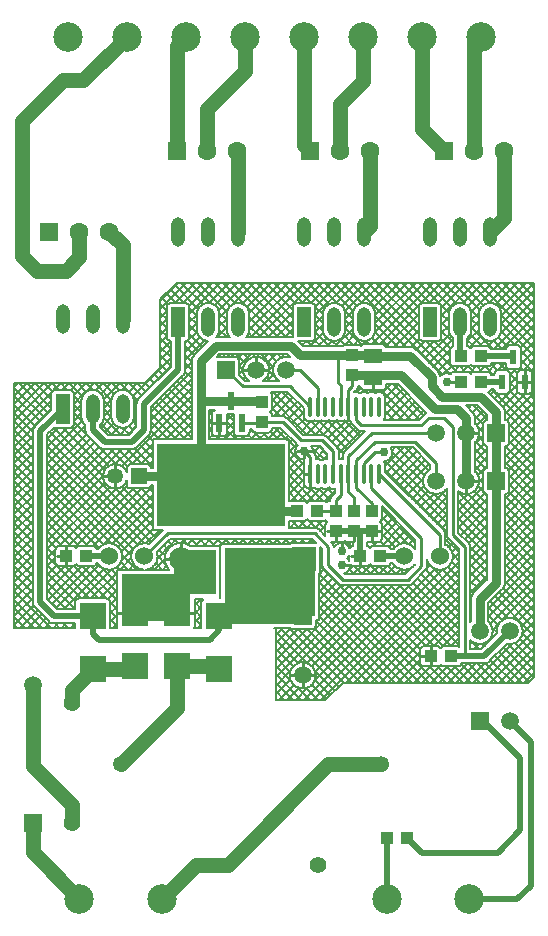
<source format=gtl>
%FSDAX24Y24*%
%MOIN*%
%SFA1B1*%

%IPPOS*%
%ADD10C,0.008000*%
%ADD11R,0.043300X0.039400*%
%ADD12R,0.090600X0.090600*%
%ADD13R,0.039400X0.043300*%
%ADD14R,0.023600X0.059100*%
%ADD15O,0.013800X0.070900*%
%ADD16R,0.023600X0.051200*%
%ADD17R,0.059100X0.051200*%
%ADD18C,0.020000*%
%ADD19C,0.050000*%
%ADD20C,0.010000*%
%ADD21C,0.030000*%
%ADD22R,0.425000X0.275000*%
%ADD23R,0.300000X0.226400*%
%ADD24R,0.140000X0.150000*%
%ADD25R,0.230000X0.125000*%
%ADD26C,0.098400*%
%ADD27C,0.059100*%
%ADD28R,0.059100X0.059100*%
%ADD29R,0.047200X0.098400*%
%ADD30O,0.047200X0.098400*%
%ADD31C,0.063000*%
%ADD32R,0.063000X0.063000*%
%ADD33C,0.060000*%
%ADD34C,0.053100*%
%ADD35R,0.059100X0.059100*%
%ADD36C,0.055100*%
%ADD37R,0.078700X0.078700*%
%ADD38C,0.078700*%
%ADD39R,0.053100X0.053100*%
%ADD40C,0.053100*%
%ADD41C,0.030000*%
%LNde-230724-1*%
%LPD*%
G54D10*
X011344Y021616D02*
D01*
X011356Y021604*
X011369Y021593*
X011383Y021584*
X011397Y021575*
X011412Y021568*
X011427Y021561*
X011443Y021556*
X011459Y021551*
X011476Y021548*
X011493Y021546*
X011509Y021545*
X011514Y021546*
X011344Y021616D02*
D01*
X011356Y021604*
X011369Y021593*
X011383Y021584*
X011397Y021575*
X011412Y021568*
X011427Y021561*
X011443Y021556*
X011459Y021551*
X011476Y021548*
X011493Y021546*
X011509Y021545*
X011514Y021546*
X010810Y022250D02*
D01*
X010810Y022233*
X010812Y022216*
X010815Y022200*
X010819Y022183*
X010824Y022167*
X010830Y022152*
X010838Y022137*
X010846Y022122*
X010855Y022108*
X010866Y022095*
X010877Y022083*
X010880Y022080*
X010810Y022250D02*
D01*
X010810Y022233*
X010812Y022216*
X010815Y022200*
X010819Y022183*
X010824Y022167*
X010830Y022152*
X010838Y022137*
X010846Y022122*
X010855Y022108*
X010866Y022095*
X010877Y022083*
X010880Y022080*
X011559Y023603D02*
D01*
X011559Y023593*
X011560Y023583*
X011562Y023573*
X011564Y023564*
X011567Y023555*
X011571Y023546*
X011575Y023537*
X011580Y023528*
X011585Y023520*
X011591Y023513*
X011598Y023505*
X011605Y023498*
X011612Y023492*
X011620Y023486*
X011629Y023481*
X011637Y023477*
X011646Y023473*
X011655Y023469*
X011665Y023467*
X011674Y023465*
X011684Y023463*
X011694Y023463*
X011699Y023463*
X012347Y022379D02*
D01*
X012337Y022378*
X012327Y022377*
X012317Y022375*
X012308Y022373*
X012299Y022370*
X012290Y022366*
X012281Y022362*
X012272Y022357*
X012264Y022352*
X012257Y022346*
X012249Y022339*
X012242Y022332*
X012236Y022325*
X012230Y022317*
X012225Y022309*
X012221Y022300*
X012217Y022291*
X012213Y022282*
X012211Y022272*
X012209Y022263*
X012207Y022253*
X012207Y022243*
X012207Y022239*
X013393D02*
D01*
X013392Y022248*
X013391Y022258*
X013389Y022268*
X013387Y022277*
X013384Y022286*
X013380Y022295*
X013376Y022304*
X013371Y022313*
X013366Y022321*
X013360Y022328*
X013353Y022336*
X013346Y022343*
X013339Y022349*
X013331Y022355*
X013323Y022360*
X013314Y022364*
X013305Y022368*
X013296Y022372*
X013286Y022374*
X013277Y022376*
X013267Y022378*
X013257Y022378*
X013253Y022379*
X013613Y021451D02*
D01*
X013613Y021441*
X013614Y021431*
X013616Y021421*
X013618Y021412*
X013621Y021403*
X013622Y021400*
X012132Y023463D02*
D01*
X012141Y023463*
X012151Y023464*
X012161Y023466*
X012170Y023468*
X012179Y023471*
X012188Y023475*
X012197Y023479*
X012206Y023484*
X012214Y023489*
X012221Y023495*
X012229Y023502*
X012236Y023509*
X012242Y023516*
X012248Y023524*
X012250Y023528*
D01*
X012255Y023519*
X012261Y023512*
X012268Y023505*
X012275Y023498*
X012282Y023492*
X012290Y023486*
X012299Y023481*
X012307Y023476*
X012316Y023472*
X012325Y023469*
X012335Y023467*
X012344Y023465*
X012354Y023463*
X012364Y023463*
X012368Y023463*
X012801D02*
D01*
X012810Y023463*
X012820Y023464*
X012830Y023466*
X012839Y023468*
X012848Y023471*
X012857Y023475*
X012866Y023479*
X012875Y023484*
X012883Y023489*
X012890Y023495*
X012898Y023502*
X012905Y023509*
X012911Y023516*
X012917Y023524*
X012922Y023533*
X012926Y023541*
X012930Y023550*
X012934Y023559*
X012934Y023560*
X012965D02*
D01*
X012981Y023533*
X012999Y023509*
X013019Y023485*
X013040Y023463*
X013063Y023442*
X013087Y023424*
X013112Y023406*
X013139Y023391*
X013167Y023378*
X013195Y023366*
X013224Y023357*
X013254Y023349*
X013284Y023344*
X013315Y023341*
X013346Y023340*
X013376Y023341*
X013407Y023344*
X013437Y023349*
X013467Y023357*
X013496Y023366*
X013524Y023378*
X013552Y023391*
X013579Y023406*
X013604Y023424*
X013628Y023442*
X013651Y023463*
X013672Y023485*
X013692Y023509*
X013710Y023534*
X013727Y023560*
X013741Y023587*
X013753Y023615*
X013764Y023644*
X013772Y023673*
X013779Y023703*
X013783Y023734*
X013785Y023764*
X013786Y023780*
X011699Y024137D02*
D01*
X011689Y024136*
X011679Y024135*
X011669Y024133*
X011660Y024131*
X011651Y024128*
X011642Y024124*
X011633Y024120*
X011624Y024115*
X011616Y024110*
X011609Y024104*
X011601Y024097*
X011594Y024090*
X011588Y024083*
X011582Y024075*
X011577Y024067*
X011573Y024058*
X011569Y024049*
X011565Y024040*
X011563Y024030*
X011561Y024021*
X011559Y024011*
X011559Y024001*
X011559Y023997*
X012250Y024072D02*
D01*
X012244Y024080*
X012238Y024087*
X012231Y024094*
X012224Y024101*
X012217Y024107*
X012209Y024113*
X012200Y024118*
X012192Y024123*
X012183Y024127*
X012174Y024130*
X012164Y024132*
X012155Y024134*
X012145Y024136*
X012135Y024136*
X012132Y024137*
X012934Y024040D02*
D01*
X012930Y024049*
X012926Y024058*
X012922Y024066*
X012916Y024074*
X012911Y024082*
X012905Y024090*
X012898Y024097*
X012891Y024103*
X012883Y024109*
X012875Y024115*
X012866Y024120*
X012858Y024124*
X012848Y024128*
X012839Y024131*
X012830Y024133*
X012820Y024135*
X012810Y024136*
X012801Y024136*
X012801Y024137*
X012368D02*
D01*
X012358Y024136*
X012348Y024135*
X012338Y024133*
X012329Y024131*
X012320Y024128*
X012311Y024124*
X012302Y024120*
X012293Y024115*
X012285Y024110*
X012278Y024104*
X012270Y024097*
X012263Y024090*
X012257Y024083*
X012251Y024075*
X012250Y024072*
X013786Y023780D02*
D01*
X013784Y023810*
X013781Y023841*
X013776Y023871*
X013768Y023901*
X013759Y023930*
X013747Y023958*
X013734Y023986*
X013719Y024013*
X013701Y024038*
X013683Y024062*
X013662Y024085*
X013640Y024106*
X013616Y024126*
X013592Y024144*
X013566Y024161*
X013538Y024175*
X013510Y024187*
X013481Y024198*
X013452Y024206*
X013422Y024213*
X013391Y024217*
X013361Y024219*
X013330*
X013300Y024217*
X013269Y024213*
X013239Y024206*
X013210Y024198*
X013181Y024187*
X013153Y024175*
X013126Y024161*
X013099Y024144*
X013075Y024126*
X013051Y024106*
X013029Y024085*
X013008Y024062*
X012992Y024040*
X014674Y024195D02*
D01*
X014644Y024204*
X014614Y024211*
X014584Y024216*
X014553Y024219*
X014523Y024219*
X014492Y024218*
X014462Y024214*
X014431Y024209*
X014402Y024201*
X014373Y024191*
X014344Y024179*
X014317Y024166*
X014290Y024150*
X014265Y024133*
X014241Y024113*
X014219Y024093*
X014197Y024070*
X014178Y024047*
X014160Y024022*
X014144Y023995*
X014130Y023968*
X014118Y023940*
X014108Y023911*
X014100Y023881*
X014093Y023851*
X014090Y023821*
X014088Y023790*
X014088Y023759*
X014090Y023729*
X014095Y023698*
X014102Y023668*
X014111Y023639*
X014121Y023610*
X014134Y023582*
X014149Y023555*
X014165Y023530*
X014184Y023505*
X014204Y023482*
X014225Y023460*
X014248Y023439*
X014273Y023421*
X014298Y023404*
X014325Y023389*
X014353Y023376*
X014382Y023365*
X014411Y023355*
X014441Y023348*
X014471Y023343*
X014502Y023340*
X014507Y023340*
X013938Y026588D02*
D01*
X013927Y026614*
X013915Y026639*
X013900Y026664*
X013885Y026687*
X013867Y026710*
X013848Y026731*
X013828Y026751*
X013806Y026769*
X013783Y026786*
X013759Y026801*
X013734Y026814*
X013709Y026826*
X013682Y026835*
X013655Y026843*
X013627Y026849*
X013599Y026853*
X013571Y026855*
X013542Y026855*
X013514Y026854*
X013486Y026850*
X013458Y026844*
X013431Y026836*
X013404Y026826*
X013378Y026815*
X013353Y026802*
X013329Y026787*
X013306Y026770*
X013284Y026752*
X013264Y026732*
X013245Y026711*
X013227Y026689*
X013212Y026666*
X013197Y026641*
X013185Y026616*
X013174Y026589*
X013165Y026562*
X013158Y026535*
X013153Y026507*
X013150Y026479*
X013149Y026450*
X013150Y026422*
X013153Y026394*
X013158Y026366*
X013165Y026338*
X013174Y026312*
X013184Y026285*
X013196Y026260*
X013211Y026235*
X013226Y026212*
X013244Y026189*
X013263Y026168*
X013283Y026148*
X013305Y026130*
X013328Y026113*
X013352Y026098*
X013377Y026085*
X013402Y026073*
X013429Y026064*
X013456Y026056*
X013484Y026050*
X013512Y026046*
X013540Y026044*
X013569Y026044*
X013597Y026045*
X013625Y026049*
X013653Y026055*
X013680Y026063*
X013707Y026073*
X013733Y026084*
X013758Y026097*
X013782Y026112*
X013805Y026129*
X013827Y026147*
X013847Y026167*
X013866Y026188*
X013884Y026210*
X013899Y026233*
X013914Y026258*
X013926Y026283*
X013937Y026310*
X013938Y026312*
Y026184D02*
D01*
X013938Y026174*
X013939Y026164*
X013941Y026154*
X013943Y026145*
X013946Y026136*
X013950Y026127*
X013954Y026118*
X013959Y026109*
X013964Y026101*
X013970Y026094*
X013977Y026086*
X013984Y026079*
X013991Y026073*
X013999Y026067*
X014008Y026062*
X014016Y026058*
X014025Y026054*
X014034Y026050*
X014044Y026048*
X014053Y026046*
X014063Y026044*
X014073Y026044*
X014078Y026044*
Y026856D02*
D01*
X014068Y026855*
X014058Y026854*
X014048Y026852*
X014039Y026850*
X014030Y026847*
X014021Y026843*
X014012Y026839*
X014003Y026834*
X013995Y026829*
X013988Y026823*
X013980Y026816*
X013973Y026809*
X013967Y026802*
X013961Y026794*
X013956Y026786*
X013952Y026777*
X013948Y026768*
X013944Y026759*
X013942Y026749*
X013940Y026740*
X013938Y026730*
X013938Y026720*
X013938Y026716*
X014609Y026044D02*
D01*
X014618Y026044*
X014628Y026045*
X014638Y026047*
X014647Y026049*
X014656Y026052*
X014665Y026056*
X014674Y026060*
X014683Y026065*
X014691Y026070*
X014698Y026076*
X014706Y026083*
X014713Y026090*
X014719Y026097*
X014725Y026105*
X014730Y026114*
X014734Y026122*
X014738Y026131*
X014742Y026140*
X014744Y026150*
X014746Y026159*
X014747Y026160*
Y026740D02*
D01*
X014744Y026749*
X014742Y026758*
X014738Y026768*
X014735Y026777*
X014730Y026785*
X014725Y026794*
X014719Y026801*
X014713Y026809*
X014706Y026816*
X014699Y026823*
X014691Y026829*
X014683Y026834*
X014675Y026839*
X014666Y026843*
X014657Y026847*
X014647Y026850*
X014638Y026852*
X014628Y026854*
X014619Y026855*
X014609Y026856*
X014609Y026856*
X016194Y021400D02*
D01*
X016197Y021409*
X016199Y021418*
X016201Y021428*
X016203Y021437*
X016203Y021447*
X016204Y021451*
X014548Y023340D02*
D01*
X014578Y023342*
X014609Y023347*
X014639Y023353*
X014668Y023362*
X014697Y023373*
X014725Y023386*
X014752Y023400*
X014778Y023417*
X014802Y023435*
X014826Y023455*
X014848Y023477*
X014868Y023500*
X014887Y023524*
X014903Y023550*
X014919Y023577*
X014932Y023605*
X014943Y023633*
X014952Y023663*
X014959Y023692*
X014964Y023723*
X014967Y023753*
X014968Y023780*
X015360Y024074D02*
D01*
X015334Y024046*
X015311Y024017*
X015290Y023986*
X015271Y023954*
X015255Y023921*
X015240Y023886*
X015229Y023851*
X015219Y023815*
X015212Y023778*
X015208Y023741*
X015207Y023704*
X015208Y023667*
X015211Y023630*
X015217Y023593*
X015226Y023557*
X015237Y023521*
X015251Y023486*
X015267Y023453*
X015285Y023420*
X015306Y023389*
X015329Y023360*
X015347Y023340*
X016494Y022360D02*
D01*
X016485Y022354*
X016477Y022349*
X016470Y022342*
X016463Y022336*
X016456Y022328*
X016450Y022321*
X016445Y022312*
X016440Y022304*
X016436Y022295*
X016432Y022286*
X016429Y022277*
X016427Y022267*
X016425Y022258*
X016424Y022248*
X016424Y022239*
X014968Y023780D02*
D01*
X014966Y023810*
X014963Y023841*
X014958Y023871*
X014950Y023901*
X014943Y023926*
X015439Y024140D02*
D01*
X015409Y024117*
X015380Y024093*
X015360Y024074*
X016043Y024140D02*
D01*
X016011Y024159*
X015978Y024177*
X015944Y024193*
X015910Y024206*
X015874Y024216*
X015837Y024224*
X015801Y024230*
X015763Y024233*
X015726Y024233*
X015689Y024231*
X015652Y024226*
X015616Y024218*
X015580Y024208*
X015545Y024196*
X015510Y024181*
X015477Y024164*
X015446Y024144*
X015439Y024140*
X020235Y019816D02*
D01*
X020233Y019846*
X020230Y019876*
X020225Y019906*
X020218Y019935*
X020208Y019964*
X020197Y019992*
X020184Y020020*
X020168Y020046*
X020151Y020071*
X020133Y020095*
X020112Y020118*
X020091Y020139*
X020067Y020158*
X020043Y020176*
X020017Y020192*
X019990Y020206*
X019962Y020219*
X019934Y020229*
X019905Y020238*
X019875Y020244*
X019845Y020248*
X019815Y020250*
X019784*
X019754Y020248*
X019724Y020244*
X019694Y020238*
X019665Y020229*
X019637Y020219*
X019609Y020206*
X019582Y020192*
X019556Y020176*
X019532Y020158*
X019508Y020139*
X019487Y020118*
X019466Y020095*
X019448Y020071*
X019431Y020046*
X019415Y020020*
X019402Y019992*
X019391Y019964*
X019381Y019935*
X019374Y019906*
X019369Y019876*
X019366Y019846*
X019365Y019816*
X019366Y019785*
X019369Y019755*
X019374Y019725*
X019381Y019696*
X019391Y019667*
X019402Y019639*
X019415Y019611*
X019431Y019585*
X019448Y019560*
X019466Y019536*
X019487Y019513*
X019508Y019492*
X019532Y019473*
X019556Y019455*
X019582Y019439*
X019609Y019425*
X019637Y019412*
X019665Y019402*
X019694Y019393*
X019724Y019387*
X019754Y019383*
X019784Y019381*
X019815*
X019845Y019383*
X019875Y019387*
X019905Y019393*
X019934Y019402*
X019962Y019412*
X019990Y019425*
X020017Y019439*
X020043Y019455*
X020067Y019473*
X020091Y019492*
X020112Y019513*
X020133Y019536*
X020151Y019560*
X020168Y019585*
X020184Y019611*
X020197Y019639*
X020208Y019667*
X020218Y019696*
X020225Y019725*
X020230Y019755*
X020233Y019785*
X020235Y019816*
X019400Y021396D02*
D01*
X019406Y021388*
X019413Y021382*
X019421Y021376*
X019429Y021370*
X019438Y021365*
X019446Y021361*
X019455Y021357*
X019465Y021354*
X019474Y021352*
X019484Y021350*
X019494Y021349*
X019503Y021348*
X019505Y021349*
X019465Y024234D02*
D01*
X019455Y024233*
X019445Y024232*
X019435Y024230*
X019426Y024228*
X019417Y024225*
X019408Y024221*
X019399Y024217*
X019390Y024212*
X019382Y024207*
X019375Y024201*
X019367Y024194*
X019364Y024190*
X020095Y021349D02*
D01*
X020104Y021349*
X020114Y021350*
X020124Y021352*
X020133Y021354*
X020142Y021357*
X020151Y021361*
X020160Y021365*
X020169Y021370*
X020177Y021375*
X020184Y021381*
X020192Y021388*
X020199Y021395*
X020205Y021402*
X020211Y021410*
X020216Y021419*
X020220Y021427*
X020224Y021436*
X020228Y021445*
X020230Y021455*
X020232Y021464*
X020234Y021474*
X020234Y021484*
X020235Y021489*
X019340Y024976D02*
D01*
X019349Y024972*
X019358Y024969*
X019367Y024966*
X019377Y024964*
X019386Y024963*
X019396Y024962*
X019399Y024963*
Y025637D02*
D01*
X019389Y025636*
X019379Y025635*
X019369Y025633*
X019360Y025631*
X019351Y025628*
X019342Y025624*
X019340Y025624*
X019950Y025572D02*
D01*
X019944Y025580*
X019938Y025587*
X019931Y025594*
X019924Y025601*
X019917Y025607*
X019909Y025613*
X019900Y025618*
X019892Y025623*
X019883Y025627*
X019874Y025630*
X019864Y025632*
X019855Y025634*
X019845Y025636*
X019835Y025636*
X019832Y025637*
Y024963D02*
D01*
X019841Y024963*
X019851Y024964*
X019861Y024966*
X019870Y024968*
X019879Y024971*
X019888Y024975*
X019897Y024979*
X019906Y024984*
X019914Y024989*
X019921Y024995*
X019929Y025002*
X019936Y025009*
X019942Y025016*
X019948Y025024*
X019950Y025028*
X020335Y024684D02*
D01*
X020325Y024693*
X020315Y024701*
X020304Y024709*
X020292Y024716*
X020281Y024722*
X020268Y024727*
X020256Y024731*
X020243Y024735*
X020230Y024737*
X020217Y024739*
X020204Y024740*
X020200Y024740*
X020068Y025637D02*
D01*
X020058Y025636*
X020048Y025635*
X020038Y025633*
X020029Y025631*
X020020Y025628*
X020011Y025624*
X020002Y025620*
X019993Y025615*
X019985Y025610*
X019978Y025604*
X019970Y025597*
X019963Y025590*
X019957Y025583*
X019951Y025575*
X019950Y025572*
Y025028D02*
D01*
X019955Y025019*
X019961Y025012*
X019968Y025005*
X019975Y024998*
X019982Y024992*
X019990Y024986*
X019999Y024981*
X020007Y024976*
X020016Y024972*
X020025Y024969*
X020035Y024967*
X020044Y024965*
X020054Y024963*
X020064Y024963*
X020068Y024963*
X019858Y026900D02*
D01*
X019852Y026886*
X019847Y026872*
X019844Y026858*
X019841Y026844*
X019839Y026829*
X019839Y026815*
X019840Y026813*
X019637Y027497D02*
D01*
X019623Y027481*
X019611Y027465*
X019600Y027448*
X019590Y027430*
X019582Y027412*
X019575Y027393*
X019569Y027373*
X019564Y027354*
X019561Y027334*
X019560Y027313*
X019559Y027293*
X019561Y027273*
X019563Y027253*
X019567Y027233*
X019572Y027214*
X019579Y027194*
X019587Y027176*
X019596Y027158*
X019607Y027140*
X019619Y027124*
X019631Y027108*
X019645Y027094*
X019660Y027080*
X019676Y027067*
X019692Y027056*
X019710Y027045*
X019728Y027036*
X019747Y027028*
X019766Y027022*
X019785Y027017*
X019805Y027013*
X019825Y027010*
X019846Y027009*
X019858Y027010*
X019840Y026243D02*
D01*
X019840Y026228*
X019842Y026213*
X019844Y026199*
X019848Y026185*
X019852Y026171*
X019858Y026157*
X019864Y026144*
X019871Y026132*
X019879Y026120*
X019888Y026108*
X019898Y026097*
X019909Y026087*
X019920Y026078*
X019932Y026069*
X019944Y026062*
X019957Y026055*
X019970Y026049*
X019984Y026044*
X019998Y026040*
X020012Y026037*
X020027Y026035*
X020041Y026034*
X020056*
X020070Y026035*
X020085Y026037*
X020099Y026040*
X020113Y026044*
X020127Y026049*
X020140Y026055*
X020153Y026062*
X020165Y026069*
X020176Y026077*
D01*
X020187Y026068*
X020200Y026060*
X020213Y026053*
X020226Y026048*
X020240Y026043*
X020254Y026039*
X020268Y026036*
X020282Y026034*
X020297Y026033*
X020312Y026033*
X020326Y026034*
X020340Y026036*
X020355Y026039*
X020369Y026043*
X020382Y026048*
X020396Y026054*
X020409Y026061*
X020421Y026069*
X020432Y026077*
X020140Y027300D02*
D01*
X020139Y027320*
X020137Y027340*
X020133Y027360*
X020128Y027379*
X020122Y027399*
X020114Y027417*
X020106Y027436*
X020095Y027453*
X020092Y027460*
X020238Y027102D02*
D01*
X020237Y027115*
X020236Y027128*
X020233Y027141*
X020230Y027154*
X020226Y027166*
X020221Y027179*
X020215Y027191*
X020209Y027202*
X020201Y027213*
X020193Y027224*
X020184Y027233*
X020183Y027236*
X020238Y027102D02*
D01*
X020237Y027115*
X020236Y027128*
X020233Y027141*
X020230Y027154*
X020226Y027166*
X020221Y027179*
X020215Y027191*
X020209Y027202*
X020201Y027213*
X020193Y027224*
X020184Y027233*
X020182Y027236*
X010880Y028120D02*
D01*
X010868Y028107*
X010857Y028094*
X010848Y028080*
X010839Y028066*
X010832Y028051*
X010825Y028036*
X010820Y028020*
X010815Y028004*
X010812Y027987*
X010810Y027970*
X010809Y027954*
X010810Y027950*
X011516Y028076D02*
D01*
X011525Y028072*
X011534Y028070*
X011544Y028068*
X011554Y028067*
X011564Y028068*
X010880Y028120D02*
D01*
X010868Y028107*
X010857Y028094*
X010848Y028080*
X010839Y028066*
X010832Y028051*
X010825Y028036*
X010820Y028020*
X010815Y028004*
X010812Y027987*
X010810Y027970*
X010809Y027954*
X010810Y027950*
X012560Y028000D02*
D01*
X012560Y027983*
X012562Y027966*
X012565Y027950*
X012569Y027933*
X012574Y027917*
X012580Y027902*
X012588Y027887*
X012596Y027872*
X012605Y027858*
X012616Y027845*
X012627Y027833*
X012630Y027830*
X012560Y028000D02*
D01*
X012560Y027983*
X012562Y027966*
X012565Y027950*
X012569Y027933*
X012574Y027917*
X012580Y027902*
X012588Y027887*
X012596Y027872*
X012605Y027858*
X012616Y027845*
X012627Y027833*
X012630Y027830*
X013030Y027430D02*
D01*
X013042Y027418*
X013055Y027407*
X013069Y027398*
X013083Y027389*
X013098Y027382*
X013113Y027375*
X013129Y027370*
X013145Y027365*
X013162Y027362*
X013179Y027360*
X013195Y027359*
X013200Y027360*
X013030Y027430D02*
D01*
X013042Y027418*
X013055Y027407*
X013069Y027398*
X013083Y027389*
X013098Y027382*
X013113Y027375*
X013129Y027370*
X013145Y027365*
X013162Y027362*
X013179Y027360*
X013195Y027359*
X013200Y027360*
X012036Y028068D02*
D01*
X012045Y028068*
X012055Y028069*
X012065Y028071*
X012074Y028073*
X012083Y028076*
X012092Y028080*
X012101Y028084*
X012110Y028089*
X012118Y028094*
X012125Y028100*
X012133Y028107*
X012140Y028114*
X012146Y028121*
X012152Y028129*
X012157Y028138*
X012161Y028146*
X012165Y028155*
X012169Y028164*
X012171Y028174*
X012173Y028183*
X012175Y028193*
X012175Y028203*
X012176Y028208*
X011564Y029332D02*
D01*
X011554Y029331*
X011544Y029330*
X011534Y029328*
X011525Y029326*
X011516Y029323*
X011507Y029319*
X011498Y029315*
X011489Y029310*
X011481Y029305*
X011474Y029299*
X011466Y029292*
X011459Y029285*
X011453Y029278*
X011447Y029270*
X011442Y029262*
X011438Y029253*
X011434Y029244*
X011430Y029235*
X011428Y029225*
X011426Y029216*
X011424Y029206*
X011424Y029196*
X011424Y029192*
X012176D02*
D01*
X012175Y029201*
X012174Y029211*
X012172Y029221*
X012170Y029230*
X012167Y029239*
X012163Y029248*
X012159Y029257*
X012154Y029266*
X012149Y029274*
X012143Y029281*
X012136Y029289*
X012129Y029296*
X012122Y029302*
X012114Y029308*
X012106Y029313*
X012097Y029317*
X012088Y029321*
X012079Y029325*
X012069Y029327*
X012060Y029329*
X012050Y029331*
X012040Y029331*
X012036Y029332*
X012424Y028444D02*
D01*
X012424Y028417*
X012427Y028391*
X012432Y028365*
X012438Y028340*
X012446Y028315*
X012456Y028291*
X012468Y028267*
X012481Y028244*
X012495Y028222*
X012511Y028202*
X012529Y028182*
X012548Y028164*
X012560Y028154*
X013040D02*
D01*
X013059Y028171*
X013078Y028190*
X013095Y028210*
X013110Y028231*
X013124Y028253*
X013137Y028276*
X013148Y028300*
X013157Y028325*
X013164Y028350*
X013170Y028376*
X013174Y028402*
X013176Y028428*
X013176Y028444*
Y028956D02*
D01*
X013175Y028982*
X013172Y029008*
X013167Y029034*
X013161Y029059*
X013153Y029084*
X013143Y029108*
X013131Y029132*
X013118Y029155*
X013104Y029177*
X013088Y029197*
X013070Y029217*
X013051Y029235*
X013031Y029252*
X013010Y029267*
X012988Y029281*
X012964Y029293*
X012940Y029304*
X012916Y029313*
X012890Y029320*
X012865Y029326*
X012839Y029329*
X012813Y029331*
X012786*
X012760Y029329*
X012734Y029326*
X012709Y029320*
X012683Y029313*
X012659Y029304*
X012635Y029293*
X012612Y029281*
X012589Y029267*
X012568Y029252*
X012548Y029235*
X012529Y029217*
X012511Y029197*
X012495Y029177*
X012481Y029155*
X012468Y029132*
X012456Y029108*
X012446Y029084*
X012438Y029059*
X012432Y029034*
X012427Y029008*
X012424Y028982*
X012424Y028956*
X014100Y027360D02*
D01*
X014116Y027360*
X014133Y027362*
X014149Y027365*
X014166Y027369*
X014182Y027374*
X014197Y027380*
X014212Y027388*
X014227Y027396*
X014241Y027405*
X014254Y027416*
X014266Y027427*
X014270Y027430*
X014100Y027360D02*
D01*
X014116Y027360*
X014133Y027362*
X014149Y027365*
X014166Y027369*
X014182Y027374*
X014197Y027380*
X014212Y027388*
X014227Y027396*
X014241Y027405*
X014254Y027416*
X014266Y027427*
X014270Y027430*
X014670Y027830D02*
D01*
X014681Y027842*
X014692Y027855*
X014701Y027869*
X014710Y027883*
X014717Y027898*
X014724Y027913*
X014729Y027929*
X014734Y027945*
X014737Y027962*
X014739Y027979*
X014740Y027995*
X014740Y028000*
X014670Y027830D02*
D01*
X014681Y027842*
X014692Y027855*
X014701Y027869*
X014710Y027883*
X014717Y027898*
X014724Y027913*
X014729Y027929*
X014734Y027945*
X014737Y027962*
X014739Y027979*
X014740Y027995*
X014740Y028000*
X013424Y028444D02*
D01*
X013424Y028417*
X013427Y028391*
X013432Y028365*
X013438Y028340*
X013446Y028315*
X013456Y028291*
X013468Y028267*
X013481Y028244*
X013495Y028222*
X013511Y028202*
X013529Y028182*
X013548Y028164*
X013568Y028147*
X013589Y028132*
X013612Y028118*
X013635Y028106*
X013659Y028095*
X013683Y028086*
X013709Y028079*
X013734Y028073*
X013760Y028070*
X013786Y028068*
X013813*
X013839Y028070*
X013865Y028073*
X013890Y028079*
X013916Y028086*
X013940Y028095*
X013964Y028106*
X013988Y028118*
X014010Y028132*
X014031Y028147*
X014051Y028164*
X014070Y028182*
X014088Y028202*
X014104Y028222*
X014118Y028244*
X014131Y028267*
X014143Y028291*
X014153Y028315*
X014161Y028340*
X014167Y028365*
X014172Y028391*
X014175Y028417*
X014176Y028444*
Y028956D02*
D01*
X014175Y028982*
X014172Y029008*
X014167Y029034*
X014161Y029059*
X014153Y029084*
X014143Y029108*
X014131Y029132*
X014118Y029155*
X014104Y029177*
X014088Y029197*
X014070Y029217*
X014051Y029235*
X014031Y029252*
X014010Y029267*
X013988Y029281*
X013964Y029293*
X013940Y029304*
X013916Y029313*
X013890Y029320*
X013865Y029326*
X013839Y029329*
X013813Y029331*
X013786*
X013760Y029329*
X013734Y029326*
X013709Y029320*
X013683Y029313*
X013659Y029304*
X013635Y029293*
X013612Y029281*
X013589Y029267*
X013568Y029252*
X013548Y029235*
X013529Y029217*
X013511Y029197*
X013495Y029177*
X013481Y029155*
X013468Y029132*
X013456Y029108*
X013446Y029084*
X013438Y029059*
X013432Y029034*
X013427Y029008*
X013424Y028982*
X013424Y028956*
X014330Y029020D02*
D01*
X014318Y029007*
X014307Y028994*
X014298Y028980*
X014289Y028966*
X014282Y028951*
X014275Y028936*
X014270Y028920*
X014265Y028904*
X014262Y028887*
X014260Y028870*
X014259Y028854*
X014260Y028850*
X014330Y029020D02*
D01*
X014318Y029007*
X014307Y028994*
X014298Y028980*
X014289Y028966*
X014282Y028951*
X014275Y028936*
X014270Y028920*
X014265Y028904*
X014262Y028887*
X014260Y028870*
X014259Y028854*
X014260Y028850*
X015820Y029830D02*
D01*
X015831Y029842*
X015842Y029855*
X015851Y029869*
X015860Y029883*
X015867Y029898*
X015874Y029913*
X015879Y029929*
X015884Y029945*
X015887Y029962*
X015889Y029979*
X015890Y029995*
X015890Y030000*
X015820Y029830D02*
D01*
X015831Y029842*
X015842Y029855*
X015851Y029869*
X015860Y029883*
X015867Y029898*
X015874Y029913*
X015879Y029929*
X015884Y029945*
X015887Y029962*
X015889Y029979*
X015890Y029995*
X015890Y030000*
X016195Y030505D02*
D01*
X016181Y030490*
X016168Y030474*
X016156Y030457*
X016146Y030440*
X016137Y030422*
X016129Y030403*
X016122Y030384*
X016117Y030365*
X016113Y030345*
X016111Y030325*
X016110Y030305*
X016110Y030300*
X016195Y030505D02*
D01*
X016181Y030490*
X016168Y030474*
X016156Y030457*
X016146Y030440*
X016137Y030422*
X016129Y030403*
X016122Y030384*
X016117Y030365*
X016113Y030345*
X016111Y030325*
X016110Y030305*
X016110Y030300*
X016274Y031344D02*
D01*
X016274Y031317*
X016277Y031291*
X016282Y031265*
X016288Y031240*
X016296Y031215*
X016306Y031191*
X016318Y031167*
X016331Y031144*
X016345Y031122*
X016361Y031102*
X016379Y031082*
X016398Y031064*
X016418Y031047*
X016439Y031032*
X016462Y031018*
X016485Y031006*
X016509Y030995*
X016533Y030986*
X016559Y030979*
X016584Y030973*
X016610Y030970*
X016636Y030968*
X016658Y030968*
X015274Y031108D02*
D01*
X015274Y031098*
X015275Y031088*
X015277Y031078*
X015279Y031069*
X015282Y031060*
X015286Y031051*
X015290Y031042*
X015295Y031033*
X015300Y031025*
X015306Y031018*
X015313Y031010*
X015320Y031003*
X015327Y030997*
X015335Y030991*
X015344Y030986*
X015352Y030982*
X015361Y030978*
X015370Y030974*
X015380Y030972*
X015389Y030970*
X015399Y030968*
X015409Y030968*
X015410Y030968*
X015414Y032232D02*
D01*
X015404Y032231*
X015394Y032230*
X015384Y032228*
X015375Y032226*
X015366Y032223*
X015357Y032219*
X015348Y032215*
X015339Y032210*
X015331Y032205*
X015324Y032199*
X015316Y032192*
X015309Y032185*
X015303Y032178*
X015297Y032170*
X015292Y032162*
X015288Y032153*
X015284Y032144*
X015280Y032135*
X015278Y032125*
X015276Y032116*
X015274Y032106*
X015274Y032096*
X015274Y032092*
X015890Y030968D02*
D01*
X015899Y030968*
X015909Y030969*
X015919Y030971*
X015928Y030974*
X015937Y030977*
X015946Y030981*
X015955Y030986*
X015963Y030991*
X015971Y030997*
X015979Y031003*
X015986Y031010*
X015992Y031017*
X015998Y031024*
X016004Y031033*
X016009Y031041*
X016013Y031050*
X016017Y031059*
X016020Y031068*
X016022Y031078*
X016024Y031087*
X016025Y031097*
X016026Y031107*
X016026Y031108*
Y032092D02*
D01*
X016025Y032101*
X016024Y032111*
X016022Y032121*
X016020Y032130*
X016017Y032139*
X016013Y032148*
X016009Y032157*
X016004Y032166*
X015999Y032174*
X015993Y032181*
X015986Y032189*
X015979Y032196*
X015972Y032202*
X015964Y032208*
X015956Y032213*
X015947Y032217*
X015938Y032221*
X015929Y032225*
X015919Y032227*
X015910Y032229*
X015900Y032231*
X015890Y032231*
X015886Y032232*
X016768Y027931D02*
D01*
X016768Y027921*
X016769Y027911*
X016771Y027901*
X016773Y027892*
X016776Y027883*
X016780Y027874*
X016784Y027865*
X016789Y027856*
X016794Y027848*
X016800Y027841*
X016807Y027833*
X016814Y027826*
X016821Y027820*
X016829Y027814*
X016838Y027809*
X016846Y027805*
X016855Y027801*
X016864Y027797*
X016874Y027795*
X016883Y027793*
X016893Y027791*
X016903Y027791*
X016908Y027791*
X017144D02*
D01*
X017153Y027791*
X017163Y027792*
X017173Y027794*
X017182Y027796*
X017191Y027799*
X017200Y027803*
X017209Y027807*
X017218Y027812*
X017226Y027817*
X017233Y027823*
X017241Y027830*
X017248Y027837*
X017254Y027844*
X017260Y027852*
X017265Y027861*
X017269Y027869*
X017273Y027878*
X017277Y027887*
X017279Y027897*
X017281Y027906*
X017283Y027916*
X017283Y027926*
X017284Y027931*
X017516D02*
D01*
X017516Y027921*
X017517Y027911*
X017519Y027901*
X017521Y027892*
X017524Y027883*
X017528Y027874*
X017532Y027865*
X017537Y027856*
X017542Y027848*
X017548Y027841*
X017555Y027833*
X017562Y027826*
X017569Y027820*
X017577Y027814*
X017586Y027809*
X017594Y027805*
X017603Y027801*
X017612Y027797*
X017622Y027795*
X017631Y027793*
X017641Y027791*
X017651Y027791*
X017656Y027791*
X017892D02*
D01*
X017901Y027791*
X017911Y027792*
X017921Y027794*
X017930Y027796*
X017939Y027799*
X017948Y027803*
X017957Y027807*
X017966Y027812*
X017974Y027817*
X017981Y027823*
X017989Y027830*
X017996Y027837*
X018002Y027844*
X018008Y027852*
X018013Y027861*
X018017Y027869*
X018021Y027878*
X018025Y027887*
X018027Y027897*
X018029Y027906*
X018031Y027916*
X018031Y027926*
X018032Y027931*
X018114Y028036D02*
D01*
X018115Y028026*
X018117Y028016*
X018119Y028007*
X018122Y027998*
X018126Y027989*
X018131Y027980*
X018136Y027972*
X018142Y027964*
X018148Y027956*
X018154Y027949*
X018162Y027943*
X018169Y027937*
X018177Y027931*
X018186Y027926*
X018194Y027922*
X018203Y027918*
X018212Y027915*
X018222Y027912*
X018231Y027910*
X018241Y027909*
X018251Y027909*
X018253Y027909*
X016889Y028660D02*
D01*
X016879Y028658*
X016869Y028656*
X016860Y028653*
X016851Y028649*
X016842Y028645*
X016834Y028640*
X016825Y028634*
X016818Y028628*
X016810Y028622*
X016804Y028615*
X016797Y028607*
X016791Y028599*
X016786Y028591*
X016782Y028582*
X016778Y028574*
X016774Y028564*
X016772Y028555*
X016769Y028545*
X016768Y028536*
X016767Y028526*
X016768Y028521*
X018647Y027909D02*
D01*
X018656Y027909*
X018666Y027910*
X018676Y027912*
X018685Y027914*
X018694Y027917*
X018703Y027921*
X018712Y027925*
X018721Y027930*
X018729Y027935*
X018736Y027941*
X018744Y027948*
X018751Y027955*
X018757Y027962*
X018763Y027970*
X018768Y027979*
X018772Y027987*
X018776Y027996*
X018780Y028005*
X018782Y028015*
X018784Y028024*
X018786Y028034*
X018786Y028044*
X018787Y028049*
X019840Y028487D02*
D01*
X019840Y028472*
X019842Y028457*
X019844Y028443*
X019848Y028429*
X019852Y028415*
X019858Y028401*
X019864Y028388*
X019871Y028376*
X019879Y028364*
X019888Y028352*
X019898Y028341*
X019909Y028331*
X019920Y028322*
X019932Y028313*
X019944Y028306*
X019957Y028299*
X019970Y028293*
X019984Y028288*
X019998Y028284*
X020012Y028281*
X020027Y028279*
X020041Y028278*
X020056*
X020070Y028279*
X020085Y028281*
X020099Y028284*
X020113Y028288*
X020127Y028293*
X020140Y028299*
X020153Y028306*
X020165Y028313*
X020176Y028321*
D01*
X020187Y028312*
X020200Y028304*
X020213Y028297*
X020226Y028292*
X020240Y028287*
X020254Y028283*
X020268Y028280*
X020282Y028278*
X020297Y028277*
X020312Y028277*
X020326Y028278*
X020340Y028280*
X020355Y028283*
X020369Y028287*
X020382Y028292*
X020396Y028298*
X020409Y028305*
X020421Y028313*
X020432Y028321*
X018787Y028482D02*
D01*
X018786Y028491*
X018785Y028501*
X018783Y028511*
X018781Y028520*
X018778Y028529*
X018774Y028538*
X018770Y028547*
X018765Y028556*
X018760Y028564*
X018754Y028571*
X018747Y028579*
X018740Y028586*
X018733Y028592*
X018725Y028598*
X018722Y028600*
X018787Y029151D02*
D01*
X018786Y029160*
X018785Y029170*
X018783Y029180*
X018781Y029189*
X018778Y029198*
X018774Y029207*
X018770Y029216*
X018765Y029225*
X018760Y029233*
X018754Y029240*
X018747Y029248*
X018740Y029255*
X018735Y029260*
X018722Y028600D02*
D01*
X018730Y028605*
X018737Y028611*
X018744Y028618*
X018751Y028625*
X018757Y028632*
X018763Y028640*
X018768Y028649*
X018773Y028657*
X018777Y028666*
X018780Y028675*
X018782Y028685*
X018784Y028694*
X018786Y028704*
X018786Y028714*
X018787Y028718*
X018495Y029640D02*
D01*
X018519Y029657*
X018542Y029677*
X018564Y029698*
X018584Y029721*
X018603Y029745*
X018620Y029770*
X018635Y029797*
X018648Y029824*
X018659Y029852*
X018669Y029881*
X018676Y029911*
X018681Y029941*
X018684Y029971*
X018685Y030000*
X019269Y028399D02*
D01*
X019259Y028408*
X019249Y028416*
X019238Y028424*
X019226Y028431*
X019215Y028437*
X019202Y028442*
X019190Y028446*
X019177Y028450*
X019164Y028452*
X019151Y028454*
X019138Y028455*
X019135Y028455*
X019269Y028400D02*
D01*
X019259Y028409*
X019249Y028417*
X019238Y028424*
X019226Y028431*
X019215Y028437*
X019202Y028442*
X019190Y028447*
X019177Y028450*
X019164Y028453*
X019151Y028454*
X019138Y028455*
X019135Y028455*
X016927Y031090D02*
D01*
X016944Y031109*
X016959Y031131*
X016973Y031153*
X016986Y031176*
X016997Y031200*
X017006Y031224*
X017013Y031249*
X017019Y031275*
X017023Y031301*
X017025Y031327*
X017026Y031344*
X017685Y030295D02*
D01*
X017684Y030304*
X017683Y030314*
X017681Y030324*
X017679Y030333*
X017676Y030342*
X017672Y030351*
X017668Y030360*
X017663Y030369*
X017658Y030377*
X017652Y030384*
X017645Y030392*
X017638Y030399*
X017631Y030405*
X017623Y030411*
X017615Y030416*
X017606Y030420*
X017597Y030424*
X017588Y030428*
X017578Y030430*
X017569Y030432*
X017559Y030434*
X017549Y030434*
X017545Y030435*
X018685Y030000D02*
D01*
X018683Y030030*
X018680Y030060*
X018675Y030090*
X018668Y030119*
X018658Y030148*
X018647Y030176*
X018634Y030204*
X018618Y030230*
X018601Y030255*
X018583Y030279*
X018562Y030302*
X018541Y030323*
X018517Y030342*
X018493Y030360*
X018467Y030376*
X018440Y030390*
X018412Y030403*
X018384Y030413*
X018355Y030422*
X018325Y030428*
X018295Y030432*
X018265Y030434*
X018234*
X018204Y030432*
X018174Y030428*
X018144Y030422*
X018115Y030413*
X018087Y030403*
X018059Y030390*
X018032Y030376*
X018006Y030360*
X017982Y030342*
X017958Y030323*
X017937Y030302*
X017916Y030279*
X017898Y030255*
X017881Y030230*
X017865Y030204*
X017852Y030176*
X017841Y030148*
X017831Y030119*
X017824Y030090*
X017819Y030060*
X017816Y030030*
X017815Y030000*
X017816Y029969*
X017819Y029939*
X017824Y029909*
X017831Y029880*
X017841Y029851*
X017852Y029823*
X017865Y029795*
X017881Y029769*
X017898Y029744*
X017916Y029720*
X017937Y029697*
X017958Y029676*
X017982Y029657*
X018005Y029640*
X017927Y031090D02*
D01*
X017944Y031109*
X017959Y031131*
X017973Y031153*
X017986Y031176*
X017997Y031200*
X018006Y031224*
X018013Y031249*
X018019Y031275*
X018023Y031301*
X018025Y031327*
X018026Y031344*
X017026Y031856D02*
D01*
X017025Y031882*
X017022Y031908*
X017017Y031934*
X017011Y031959*
X017003Y031984*
X016993Y032008*
X016981Y032032*
X016968Y032055*
X016954Y032077*
X016938Y032097*
X016920Y032117*
X016901Y032135*
X016881Y032152*
X016860Y032167*
X016838Y032181*
X016814Y032193*
X016790Y032204*
X016766Y032213*
X016740Y032220*
X016715Y032226*
X016689Y032229*
X016663Y032231*
X016636*
X016610Y032229*
X016584Y032226*
X016559Y032220*
X016533Y032213*
X016509Y032204*
X016485Y032193*
X016462Y032181*
X016439Y032167*
X016418Y032152*
X016398Y032135*
X016379Y032117*
X016361Y032097*
X016345Y032077*
X016331Y032055*
X016318Y032032*
X016306Y032008*
X016296Y031984*
X016288Y031959*
X016282Y031934*
X016277Y031908*
X016274Y031882*
X016274Y031856*
X017274Y031344D02*
D01*
X017274Y031317*
X017277Y031291*
X017282Y031265*
X017288Y031240*
X017296Y031215*
X017306Y031191*
X017318Y031167*
X017331Y031144*
X017345Y031122*
X017361Y031102*
X017373Y031090*
X018026Y031856D02*
D01*
X018025Y031882*
X018022Y031908*
X018017Y031934*
X018011Y031959*
X018003Y031984*
X017993Y032008*
X017981Y032032*
X017968Y032055*
X017954Y032077*
X017938Y032097*
X017920Y032117*
X017901Y032135*
X017881Y032152*
X017860Y032167*
X017838Y032181*
X017814Y032193*
X017790Y032204*
X017766Y032213*
X017740Y032220*
X017715Y032226*
X017689Y032229*
X017663Y032231*
X017636*
X017610Y032229*
X017584Y032226*
X017559Y032220*
X017533Y032213*
X017509Y032204*
X017485Y032193*
X017462Y032181*
X017439Y032167*
X017418Y032152*
X017398Y032135*
X017379Y032117*
X017361Y032097*
X017345Y032077*
X017331Y032055*
X017318Y032032*
X017306Y032008*
X017296Y031984*
X017288Y031959*
X017282Y031934*
X017277Y031908*
X017274Y031882*
X017274Y031856*
X019372Y030418D02*
D01*
X019342Y030425*
X019312Y030430*
X019282Y030434*
X019252Y030435*
X019221Y030434*
X019191Y030431*
X019161Y030426*
X019131Y030419*
X019103Y030409*
X019074Y030398*
X019047Y030385*
X019020Y030370*
X018995Y030353*
X018971Y030334*
X018949Y030314*
X018927Y030292*
X018908Y030269*
X018890Y030245*
X018873Y030219*
X018859Y030192*
X018847Y030165*
X018836Y030136*
X018827Y030107*
X018821Y030077*
X018817Y030047*
X018814Y030017*
X018814Y029986*
X018816Y029956*
X018820Y029926*
X018827Y029896*
X018835Y029867*
X018845Y029838*
X018857Y029810*
X018871Y029784*
X018887Y029758*
X018905Y029733*
X018925Y029710*
X018946Y029688*
X018968Y029667*
X018992Y029648*
X019005Y029640*
X019477Y031080D02*
D01*
X019457Y031084*
X019437Y031087*
X019417Y031089*
X019400Y031090*
X019477Y031080D02*
D01*
X019457Y031084*
X019437Y031087*
X019417Y031089*
X019400Y031090*
X020086Y030968D02*
D01*
X020095Y030968*
X020105Y030969*
X020115Y030971*
X020124Y030973*
X020133Y030976*
X020142Y030980*
X020151Y030984*
X020160Y030989*
X020168Y030994*
X020175Y031000*
X020183Y031007*
X020190Y031014*
X020196Y031021*
X020202Y031029*
X020207Y031038*
X020211Y031046*
X020215Y031055*
X020219Y031064*
X020221Y031074*
X020223Y031083*
X020225Y031093*
X020225Y031103*
X020226Y031108*
X019614Y032232D02*
D01*
X019604Y032231*
X019594Y032230*
X019584Y032228*
X019575Y032226*
X019566Y032223*
X019557Y032219*
X019548Y032215*
X019539Y032210*
X019531Y032205*
X019524Y032199*
X019516Y032192*
X019509Y032185*
X019503Y032178*
X019497Y032170*
X019492Y032162*
X019488Y032153*
X019484Y032144*
X019480Y032135*
X019478Y032125*
X019476Y032116*
X019474Y032106*
X019474Y032096*
X019474Y032092*
X020226D02*
D01*
X020225Y032101*
X020224Y032111*
X020222Y032121*
X020220Y032130*
X020217Y032139*
X020213Y032148*
X020209Y032157*
X020204Y032166*
X020199Y032174*
X020193Y032181*
X020186Y032189*
X020179Y032196*
X020172Y032202*
X020164Y032208*
X020156Y032213*
X020147Y032217*
X020138Y032221*
X020129Y032225*
X020119Y032227*
X020110Y032229*
X020100Y032231*
X020090Y032231*
X020086Y032232*
X021016Y022866D02*
D01*
X021025Y022856*
X021035Y022848*
X021046Y022841*
X021058Y022834*
X021069Y022828*
X021082Y022823*
X021094Y022818*
X021107Y022815*
X021120Y022812*
X021133Y022811*
X021146Y022810*
X021150Y022810*
X020340Y023197D02*
D01*
X020347Y023203*
X020354Y023210*
X020360Y023217*
X020366Y023225*
X020372Y023233*
X020376Y023241*
X020380Y023250*
X020384Y023259*
X020387Y023268*
X020389Y023278*
X020391Y023288*
X020392Y023297*
X020393Y023306*
X021015Y022866D02*
D01*
X021024Y022856*
X021034Y022848*
X021045Y022840*
X021057Y022833*
X021068Y022827*
X021081Y022822*
X021093Y022818*
X021106Y022814*
X021119Y022812*
X021132Y022810*
X021145Y022809*
X021150Y022810*
X020460Y023500D02*
D01*
X020460Y023486*
X020461Y023473*
X020464Y023460*
X020467Y023447*
X020471Y023435*
X020476Y023422*
X020482Y023410*
X020488Y023399*
X020496Y023388*
X020504Y023377*
X020513Y023368*
X020516Y023365*
X020460Y023500D02*
D01*
X020460Y023486*
X020461Y023473*
X020464Y023460*
X020467Y023447*
X020471Y023435*
X020476Y023422*
X020482Y023410*
X020488Y023399*
X020496Y023388*
X020504Y023377*
X020513Y023368*
X020516Y023366*
X021193Y023225D02*
D01*
X021211Y023232*
X021230Y023240*
X021248Y023250*
X021265Y023261*
X021281Y023273*
X021296Y023286*
X021311Y023300*
X021324Y023316*
X021336Y023332*
X021348Y023349*
X021357Y023366*
X021366Y023385*
X021373Y023403*
X021379Y023423*
X021384Y023443*
X021387Y023463*
X021389Y023483*
X021390Y023500*
X021359Y023631D02*
D01*
X021349Y023648*
X021338Y023665*
X021326Y023681*
X021312Y023697*
X021298Y023711*
X021283Y023725*
X021283Y023725*
X021390Y023516D02*
D01*
X021396Y023508*
X021403Y023501*
X021410Y023495*
X021418Y023489*
X021426Y023484*
X021435Y023479*
X021444Y023475*
X021453Y023471*
X021462Y023468*
X021472Y023466*
X021481Y023464*
X021491Y023464*
X021499Y023463*
X021283Y023725D02*
D01*
X021298Y023738*
X021312Y023752*
X021325Y023767*
X021337Y023784*
X021348Y023801*
X021358Y023818*
X021359Y023819*
X023709Y020253D02*
D01*
X023709Y020243*
X023710Y020233*
X023712Y020223*
X023714Y020214*
X023717Y020205*
X023721Y020196*
X023725Y020187*
X023730Y020178*
X023735Y020170*
X023741Y020163*
X023748Y020155*
X023755Y020148*
X023762Y020142*
X023770Y020136*
X023779Y020131*
X023787Y020127*
X023796Y020123*
X023805Y020119*
X023815Y020117*
X023824Y020115*
X023834Y020113*
X023844Y020113*
X023849Y020113*
X023300Y022810D02*
D01*
X023313Y022810*
X023326Y022811*
X023339Y022814*
X023352Y022817*
X023364Y022821*
X023377Y022826*
X023389Y022832*
X023400Y022838*
X023411Y022846*
X023422Y022854*
X023431Y022863*
X023434Y022866*
X023849Y020787D02*
D01*
X023839Y020786*
X023829Y020785*
X023819Y020783*
X023810Y020781*
X023801Y020778*
X023792Y020774*
X023783Y020770*
X023774Y020765*
X023766Y020760*
X023759Y020754*
X023751Y020747*
X023744Y020740*
X023738Y020733*
X023732Y020725*
X023727Y020717*
X023723Y020708*
X023719Y020699*
X023715Y020690*
X023713Y020680*
X023711Y020671*
X023709Y020661*
X023709Y020651*
X023709Y020647*
X023300Y022810D02*
D01*
X023313Y022810*
X023326Y022811*
X023339Y022814*
X023352Y022817*
X023364Y022821*
X023377Y022826*
X023389Y022832*
X023400Y022838*
X023411Y022846*
X023422Y022854*
X023431Y022863*
X023435Y022866*
X024282Y020113D02*
D01*
X024291Y020113*
X024301Y020114*
X024311Y020116*
X024320Y020118*
X024329Y020121*
X024338Y020125*
X024347Y020129*
X024356Y020134*
X024364Y020139*
X024371Y020145*
X024379Y020152*
X024386Y020159*
X024392Y020166*
X024398Y020174*
X024400Y020178*
D01*
X024405Y020169*
X024411Y020162*
X024418Y020155*
X024425Y020148*
X024432Y020142*
X024440Y020136*
X024449Y020131*
X024457Y020126*
X024466Y020122*
X024475Y020119*
X024485Y020117*
X024494Y020115*
X024504Y020113*
X024514Y020113*
X024518Y020113*
X024400Y020722D02*
D01*
X024394Y020730*
X024388Y020737*
X024381Y020744*
X024374Y020751*
X024367Y020757*
X024359Y020763*
X024350Y020768*
X024342Y020773*
X024333Y020777*
X024324Y020780*
X024314Y020782*
X024305Y020784*
X024295Y020786*
X024285Y020786*
X024282Y020787*
X024518D02*
D01*
X024508Y020786*
X024498Y020785*
X024488Y020783*
X024479Y020781*
X024470Y020778*
X024461Y020774*
X024452Y020770*
X024443Y020765*
X024435Y020760*
X024428Y020754*
X024420Y020747*
X024413Y020740*
X024407Y020733*
X024401Y020725*
X024400Y020722*
X021932Y023463D02*
D01*
X021941Y023463*
X021951Y023464*
X021961Y023466*
X021970Y023468*
X021979Y023471*
X021988Y023475*
X021997Y023479*
X022006Y023484*
X022014Y023489*
X022021Y023495*
X022029Y023502*
X022036Y023509*
X022042Y023516*
X022048Y023524*
X022050Y023528*
D01*
X022055Y023519*
X022061Y023512*
X022068Y023505*
X022075Y023498*
X022082Y023492*
X022090Y023486*
X022099Y023481*
X022107Y023476*
X022116Y023472*
X022125Y023469*
X022135Y023467*
X022144Y023465*
X022154Y023463*
X022164Y023463*
X022168Y023463*
X022601D02*
D01*
X022610Y023463*
X022620Y023464*
X022630Y023466*
X022639Y023468*
X022648Y023471*
X022657Y023475*
X022666Y023479*
X022675Y023484*
X022683Y023489*
X022690Y023495*
X022698Y023502*
X022705Y023509*
X022711Y023516*
X022717Y023524*
X022722Y023533*
X022726Y023541*
X022730Y023550*
X022734Y023559*
X022734Y023560*
X023884Y023315D02*
D01*
X023893Y023324*
X023901Y023334*
X023909Y023345*
X023916Y023357*
X023922Y023368*
X023927Y023381*
X023931Y023393*
X023935Y023406*
X023937Y023419*
X023939Y023432*
X023940Y023445*
X023940Y023450*
X023884Y023316D02*
D01*
X023893Y023325*
X023901Y023335*
X023908Y023346*
X023915Y023358*
X023921Y023369*
X023926Y023382*
X023931Y023394*
X023934Y023407*
X023937Y023420*
X023938Y023433*
X023939Y023446*
X023940Y023450*
X022808Y023560D02*
D01*
X022824Y023533*
X022842Y023509*
X022862Y023485*
X022883Y023463*
X022906Y023442*
X022930Y023424*
X022955Y023406*
X022982Y023391*
X023010Y023378*
X023038Y023366*
X023067Y023357*
X023097Y023349*
X023127Y023344*
X023158Y023341*
X023189Y023340*
X023219Y023341*
X023250Y023344*
X023280Y023349*
X023310Y023357*
X023339Y023366*
X023367Y023378*
X023395Y023391*
X023422Y023406*
X023447Y023424*
X023471Y023442*
X023489Y023457*
X023511Y023480D02*
D01*
X023531Y023503*
X023549Y023527*
X023560Y023543*
X020840Y024100D02*
D01*
X020839Y024113*
X020838Y024126*
X020835Y024139*
X020832Y024152*
X020828Y024164*
X020823Y024177*
X020817Y024189*
X020811Y024200*
X020803Y024211*
X020795Y024222*
X020786Y024231*
X020784Y024234*
X020840Y024100D02*
D01*
X020839Y024113*
X020838Y024126*
X020835Y024139*
X020832Y024152*
X020828Y024164*
X020823Y024177*
X020817Y024189*
X020811Y024200*
X020803Y024211*
X020795Y024222*
X020786Y024231*
X020784Y024235*
X021371Y024054D02*
D01*
X021363Y024072*
X021353Y024090*
X021343Y024108*
X021331Y024124*
X021319Y024140*
X021305Y024155*
X021290Y024169*
X021274Y024181*
X021258Y024193*
X021240Y024203*
X021222Y024213*
X021204Y024220*
X021184Y024227*
X021165Y024232*
X021145Y024236*
X021125Y024239*
X021105Y024240*
X021084Y024239*
X021064Y024238*
X021044Y024234*
X021024Y024230*
X021005Y024224*
X020986Y024217*
X020968Y024208*
X020950Y024198*
X020933Y024187*
X020917Y024175*
X020902Y024162*
X020887Y024147*
X020874Y024132*
X020862Y024116*
X020851Y024099*
X020841Y024081*
X020840Y024078*
X021475Y024135D02*
D01*
X021465Y024133*
X021456Y024130*
X021446Y024127*
X021437Y024123*
X021429Y024118*
X021420Y024113*
X021412Y024108*
X021405Y024101*
X021398Y024095*
X021391Y024087*
X021385Y024080*
X021380Y024072*
X021375Y024063*
X021370Y024055*
X021371Y024054*
X021097Y024259D02*
D01*
X021106Y024259*
X021116Y024260*
X021126Y024262*
X021135Y024264*
X021144Y024267*
X021153Y024271*
X021162Y024275*
X021171Y024280*
X021179Y024285*
X021186Y024291*
X021194Y024298*
X021200Y024304*
D01*
X021206Y024297*
X021214Y024290*
X021222Y024284*
X021230Y024279*
X021238Y024274*
X021247Y024270*
X021256Y024266*
X021265Y024263*
X021275Y024261*
X021285Y024260*
X021294Y024259*
X021303Y024259*
X020334Y024684D02*
D01*
X020324Y024693*
X020314Y024701*
X020303Y024708*
X020291Y024715*
X020280Y024721*
X020267Y024726*
X020255Y024731*
X020242Y024734*
X020229Y024737*
X020216Y024738*
X020203Y024739*
X020200Y024740*
X020628Y024950D02*
D01*
X020619Y024944*
X020612Y024938*
X020605Y024931*
X020598Y024924*
X020592Y024917*
X020586Y024909*
X020581Y024900*
X020576Y024892*
X020572Y024883*
X020569Y024874*
X020567Y024864*
X020565Y024855*
X020563Y024845*
X020563Y024835*
X020563Y024832*
X020600Y025596D02*
D01*
X020592Y025602*
X020585Y025608*
X020577Y025614*
X020568Y025619*
X020560Y025623*
X020551Y025627*
X020541Y025630*
X020532Y025633*
X020522Y025635*
X020513Y025636*
X020503Y025636*
X020501Y025637*
Y024963D02*
D01*
X020510Y024963*
X020520Y024964*
X020530Y024966*
X020539Y024968*
X020548Y024971*
X020557Y024975*
X020566Y024979*
X020575Y024984*
X020583Y024989*
X020586Y024992*
D01*
X020591Y024984*
X020597Y024976*
X020604Y024969*
X020611Y024962*
X020619Y024956*
X020627Y024950*
X020628Y024950*
X020703Y025641D02*
D01*
X020693Y025640*
X020683Y025639*
X020673Y025637*
X020664Y025635*
X020655Y025632*
X020646Y025628*
X020637Y025624*
X020628Y025619*
X020620Y025614*
X020613Y025608*
X020605Y025601*
X020600Y025596*
X020766Y025784D02*
D01*
X020756Y025774*
X020748Y025764*
X020741Y025753*
X020734Y025741*
X020728Y025730*
X020723Y025717*
X020718Y025705*
X020715Y025692*
X020712Y025679*
X020711Y025666*
X020710Y025653*
X020710Y025650*
X020766Y025785D02*
D01*
X020756Y025775*
X020748Y025765*
X020740Y025754*
X020733Y025742*
X020727Y025731*
X020722Y025718*
X020718Y025706*
X020714Y025693*
X020712Y025680*
X020710Y025667*
X020709Y025654*
X020710Y025650*
X020432Y026077D02*
D01*
X020443Y026068*
X020456Y026060*
X020469Y026053*
X020482Y026048*
X020496Y026043*
X020510Y026039*
X020524Y026036*
X020538Y026034*
X020553Y026033*
X020568Y026033*
X020582Y026034*
X020596Y026036*
X020611Y026039*
X020625Y026043*
X020638Y026048*
X020652Y026054*
X020665Y026061*
X020677Y026069*
X020688Y026077*
D01*
X020699Y026068*
X020712Y026060*
X020725Y026053*
X020738Y026048*
X020752Y026043*
X020766Y026039*
X020780Y026036*
X020794Y026034*
X020809Y026033*
X020824Y026033*
X020838Y026034*
X020852Y026036*
X020867Y026039*
X020881Y026043*
X020882Y026044*
X022050Y024072D02*
D01*
X022044Y024080*
X022038Y024087*
X022031Y024094*
X022024Y024101*
X022017Y024107*
X022009Y024113*
X022000Y024118*
X021992Y024123*
X021983Y024127*
X021974Y024130*
X021964Y024132*
X021955Y024134*
X021955Y024135*
X022168Y024137D02*
D01*
X022158Y024136*
X022148Y024135*
X022138Y024133*
X022129Y024131*
X022120Y024128*
X022111Y024124*
X022102Y024120*
X022093Y024115*
X022085Y024110*
X022078Y024104*
X022070Y024097*
X022063Y024090*
X022057Y024083*
X022051Y024075*
X022050Y024072*
X022734Y024040D02*
D01*
X022730Y024049*
X022726Y024058*
X022722Y024066*
X022716Y024074*
X022711Y024082*
X022705Y024090*
X022698Y024097*
X022691Y024103*
X022683Y024109*
X022675Y024115*
X022666Y024120*
X022658Y024124*
X022648Y024128*
X022639Y024131*
X022630Y024133*
X022620Y024135*
X022610Y024136*
X022601Y024136*
X022601Y024137*
X022297Y024259D02*
D01*
X022306Y024259*
X022316Y024260*
X022326Y024262*
X022335Y024264*
X022344Y024267*
X022353Y024271*
X022362Y024275*
X022371Y024280*
X022379Y024285*
X022386Y024291*
X022394Y024298*
X022401Y024305*
X022407Y024312*
X022413Y024320*
X022418Y024329*
X022422Y024337*
X022426Y024346*
X022430Y024355*
X022432Y024365*
X022434Y024374*
X022436Y024384*
X022436Y024394*
X022437Y024399*
X023560Y024016D02*
D01*
X023542Y024041*
X023523Y024065*
X023502Y024087*
X023480Y024109*
X023456Y024128*
X023431Y024146*
X023405Y024162*
X023378Y024176*
X023349Y024188*
X023320Y024199*
X023291Y024207*
X023261Y024213*
X023230Y024217*
X023199Y024219*
X023169Y024218*
X023138Y024216*
X023108Y024211*
X023078Y024205*
X023048Y024196*
X023020Y024185*
X022992Y024172*
X022965Y024158*
X022939Y024141*
X022914Y024123*
X022891Y024103*
X022869Y024081*
X022848Y024058*
X022834Y024040*
X022372Y024950D02*
D01*
X022380Y024955*
X022387Y024961*
X022394Y024968*
X022401Y024975*
X022407Y024982*
X022413Y024990*
X022418Y024999*
X022423Y025007*
X022427Y025016*
X022430Y025025*
X022432Y025035*
X022434Y025044*
X022436Y025054*
X022436Y025064*
X022437Y025068*
Y024832D02*
D01*
X022436Y024841*
X022435Y024851*
X022433Y024861*
X022431Y024870*
X022428Y024879*
X022424Y024888*
X022420Y024897*
X022415Y024906*
X022410Y024914*
X022404Y024921*
X022397Y024929*
X022390Y024936*
X022383Y024942*
X022375Y024948*
X022372Y024950*
X024560Y024509D02*
D01*
X024559Y024522*
X024558Y024535*
X024555Y024548*
X024552Y024561*
X024548Y024573*
X024543Y024586*
X024537Y024598*
X024531Y024609*
X024523Y024620*
X024515Y024631*
X024506Y024640*
X024504Y024644*
X024560Y024509D02*
D01*
X024559Y024522*
X024558Y024535*
X024555Y024548*
X024552Y024561*
X024548Y024573*
X024543Y024586*
X024537Y024598*
X024531Y024609*
X024523Y024620*
X024515Y024631*
X024506Y024640*
X024504Y024644*
X024951Y020113D02*
D01*
X024960Y020113*
X024970Y020114*
X024980Y020116*
X024989Y020118*
X024998Y020121*
X025007Y020125*
X025016Y020129*
X025025Y020134*
X025033Y020139*
X025040Y020145*
X025048Y020152*
X025055Y020159*
X025061Y020166*
X025067Y020174*
X025072Y020183*
X025076Y020191*
X025080Y020200*
X025084Y020209*
X025084Y020210*
X025010Y020774D02*
D01*
X025000Y020777*
X024991Y020780*
X024982Y020783*
X024972Y020785*
X024963Y020786*
X024953Y020787*
X024951Y020787*
X025390Y020994D02*
D01*
X025412Y020973*
X025435Y020953*
X025460Y020936*
X025486Y020920*
X025513Y020906*
X025541Y020894*
X025569Y020884*
X025599Y020876*
X025629Y020870*
X025659Y020866*
X025689Y020864*
X025719Y020864*
X025750Y020867*
X025780Y020871*
X025810Y020878*
X025839Y020887*
X025867Y020897*
X025895Y020910*
X025921Y020925*
X025947Y020941*
X025971Y020959*
X025994Y020979*
X026016Y021000*
X026036Y021023*
X026055Y021047*
X026071Y021073*
X026086Y021099*
X026099Y021127*
X026110Y021155*
X026120Y021184*
X026127Y021214*
X026131Y021244*
X026134Y021274*
X026135Y021300*
X025495Y022555D02*
D01*
X025481Y022540*
X025468Y022524*
X025456Y022507*
X025446Y022490*
X025437Y022472*
X025429Y022453*
X025422Y022434*
X025417Y022415*
X025413Y022395*
X025411Y022375*
X025410Y022355*
X025410Y022350*
X025495Y022555D02*
D01*
X025481Y022540*
X025468Y022524*
X025456Y022507*
X025446Y022490*
X025437Y022472*
X025429Y022453*
X025422Y022434*
X025417Y022415*
X025413Y022395*
X025411Y022375*
X025410Y022355*
X025410Y022350*
X025850Y020210D02*
D01*
X025866Y020210*
X025883Y020212*
X025899Y020215*
X025916Y020219*
X025932Y020224*
X025947Y020230*
X025962Y020238*
X025977Y020246*
X025991Y020255*
X026004Y020266*
X026016Y020277*
X026020Y020280*
X025850Y020210D02*
D01*
X025866Y020210*
X025883Y020212*
X025899Y020215*
X025916Y020219*
X025932Y020224*
X025947Y020230*
X025962Y020238*
X025977Y020246*
X025991Y020255*
X026004Y020266*
X026016Y020277*
X026020Y020280*
X026613Y020874D02*
D01*
X026642Y020868*
X026673Y020866*
X026703Y020865*
X026733Y020866*
X026763Y020869*
X026793Y020875*
X026823Y020883*
X026851Y020892*
X026880Y020904*
X026907Y020917*
X026933Y020933*
X026958Y020950*
X026982Y020969*
X027004Y020989*
X027025Y021011*
X027044Y021035*
X027062Y021059*
X027078Y021085*
X027092Y021112*
X027104Y021140*
X027114Y021168*
X027122Y021198*
X027128Y021227*
X027132Y021258*
X027134Y021288*
X027135Y021300*
X026135D02*
D01*
X026133Y021330*
X026130Y021360*
X026125Y021390*
X026118Y021419*
X026108Y021448*
X026097Y021476*
X026084Y021504*
X026068Y021530*
X026051Y021555*
X026033Y021579*
X026012Y021602*
X025991Y021623*
X025990Y021625*
X026455Y022695D02*
D01*
X026468Y022709*
X026481Y022725*
X026493Y022742*
X026503Y022759*
X026512Y022777*
X026520Y022796*
X026527Y022815*
X026532Y022834*
X026536Y022854*
X026538Y022874*
X026539Y022894*
X026540Y022900*
X026455Y022695D02*
D01*
X026468Y022709*
X026481Y022725*
X026493Y022742*
X026503Y022759*
X026512Y022777*
X026520Y022796*
X026527Y022815*
X026532Y022834*
X026536Y022854*
X026538Y022874*
X026539Y022894*
X026540Y022900*
X027135Y021300D02*
D01*
X027133Y021330*
X027130Y021360*
X027125Y021390*
X027118Y021419*
X027108Y021448*
X027097Y021476*
X027084Y021504*
X027068Y021530*
X027051Y021555*
X027033Y021579*
X027012Y021602*
X026991Y021623*
X026967Y021642*
X026943Y021660*
X026917Y021676*
X026890Y021690*
X026862Y021703*
X026834Y021713*
X026805Y021722*
X026775Y021728*
X026745Y021732*
X026715Y021734*
X026684*
X026654Y021732*
X026624Y021728*
X026594Y021722*
X026565Y021713*
X026537Y021703*
X026509Y021690*
X026482Y021676*
X026456Y021660*
X026432Y021642*
X026408Y021623*
X026387Y021602*
X026366Y021579*
X026348Y021555*
X026331Y021530*
X026315Y021504*
X026302Y021476*
X026291Y021448*
X026281Y021419*
X026274Y021390*
X026269Y021360*
X026266Y021330*
X026265Y021300*
X026266Y021269*
X026269Y021239*
X026274Y021213*
X023940Y023687D02*
D01*
X023947Y023657*
X023957Y023628*
X023968Y023599*
X023982Y023572*
X023997Y023545*
X024015Y023520*
X024033Y023496*
X024054Y023473*
X024076Y023452*
X024100Y023432*
X024125Y023414*
X024151Y023398*
X024178Y023383*
X024206Y023371*
X024235Y023361*
X024265Y023352*
X024295Y023346*
X024325Y023342*
X024356Y023340*
X024386Y023340*
X024417Y023342*
X024447Y023347*
X024477Y023353*
X024507Y023362*
X024536Y023372*
X024564Y023385*
X024591Y023399*
X024617Y023416*
X024642Y023434*
X024665Y023454*
X024687Y023475*
X024708Y023498*
X024726Y023522*
X024743Y023548*
X024759Y023574*
X024772Y023602*
X024783Y023631*
X024793Y023660*
X024800Y023690*
X024805Y023720*
X024808Y023750*
X024810Y023780*
D01*
X024808Y023810*
X024805Y023841*
X024800Y023871*
X024792Y023901*
X024783Y023930*
X024771Y023958*
X024758Y023986*
X024743Y024013*
X024725Y024038*
X024707Y024062*
X024686Y024085*
X024664Y024106*
X024640Y024126*
X024616Y024144*
X024590Y024161*
X024562Y024175*
X024560Y024176*
X024615Y024495D02*
D01*
X024615Y024481*
X024616Y024468*
X024619Y024455*
X024622Y024442*
X024626Y024430*
X024631Y024417*
X024637Y024405*
X024643Y024394*
X024651Y024383*
X024659Y024372*
X024668Y024363*
X024671Y024361*
X025390Y024100D02*
D01*
X025389Y024113*
X025388Y024126*
X025385Y024139*
X025382Y024152*
X025378Y024164*
X025373Y024177*
X025367Y024189*
X025361Y024200*
X025353Y024211*
X025345Y024222*
X025336Y024231*
X025334Y024235*
X025390Y024100D02*
D01*
X025389Y024113*
X025388Y024126*
X025385Y024139*
X025382Y024152*
X025378Y024164*
X025373Y024177*
X025367Y024189*
X025361Y024200*
X025353Y024211*
X025345Y024222*
X025336Y024231*
X025334Y024234*
X024615Y024495D02*
D01*
X024615Y024481*
X024616Y024468*
X024619Y024455*
X024622Y024442*
X024626Y024430*
X024631Y024417*
X024637Y024405*
X024643Y024394*
X024651Y024383*
X024659Y024372*
X024668Y024363*
X024670Y024361*
X024060Y026692D02*
D01*
X024033Y026677*
X024007Y026661*
X023982Y026643*
X023959Y026624*
X023937Y026603*
X023916Y026580*
X023898Y026556*
X023881Y026531*
X023865Y026505*
X023852Y026478*
X023841Y026449*
X023831Y026421*
X023824Y026391*
X023818Y026361*
X023815Y026331*
X023814Y026301*
X023815Y026270*
X023818Y026240*
X023823Y026210*
X023830Y026180*
X023840Y026152*
X023851Y026123*
X023864Y026096*
X023880Y026070*
X023896Y026044*
X023915Y026020*
X023935Y025998*
X023957Y025976*
X023980Y025957*
X024005Y025939*
X024031Y025923*
X024058Y025908*
X024085Y025896*
X024114Y025886*
X024143Y025877*
X024173Y025871*
X024203Y025866*
X024233Y025864*
X024264Y025864*
X024294Y025866*
X024324Y025870*
X024354Y025877*
X024383Y025885*
X024412Y025895*
X024440Y025908*
X024466Y025922*
X024492Y025938*
X024517Y025956*
X024540Y025975*
X024562Y025996*
X024583Y026019*
X024601Y026043*
X024615Y026062*
X024995Y025947D02*
D01*
X025020Y025930*
X025046Y025914*
X025073Y025901*
X025102Y025890*
X025131Y025881*
X025160Y025873*
X025190Y025868*
X025220Y025865*
X025251Y025864*
X025281Y025865*
X025311Y025868*
X025341Y025874*
X025371Y025881*
X025400Y025891*
X025428Y025902*
X025455Y025916*
X025481Y025931*
X025506Y025948*
X025530Y025967*
X025553Y025987*
X025574Y026009*
X025593Y026032*
X025611Y026057*
X025627Y026083*
X025641Y026110*
X025654Y026137*
X025664Y026166*
X025672Y026195*
X025679Y026225*
X025683Y026255*
X025685Y026285*
X025685Y026300*
X026545Y025865D02*
D01*
X026554Y025865*
X026564Y025866*
X026574Y025868*
X026583Y025870*
X026592Y025873*
X026601Y025877*
X026610Y025881*
X026619Y025886*
X026627Y025891*
X026634Y025897*
X026642Y025904*
X026649Y025911*
X026655Y025918*
X026661Y025926*
X026666Y025935*
X026670Y025943*
X026674Y025952*
X026678Y025961*
X026680Y025971*
X026682Y025980*
X026684Y025990*
X026684Y026000*
X026685Y026005*
X025815D02*
D01*
X025815Y025995*
X025816Y025985*
X025818Y025975*
X025820Y025966*
X025823Y025957*
X025827Y025948*
X025831Y025939*
X025836Y025930*
X025841Y025922*
X025847Y025915*
X025854Y025907*
X025861Y025900*
X025868Y025894*
X025876Y025888*
X025885Y025883*
X025893Y025879*
X025902Y025875*
X025911Y025871*
X025921Y025869*
X025930Y025867*
X025940Y025865*
X025950Y025865*
X025955Y025865*
X025685Y026300D02*
D01*
X025683Y026330*
X025680Y026360*
X025675Y026390*
X025668Y026419*
X025658Y026448*
X025647Y026476*
X025634Y026504*
X025618Y026530*
X025601Y026555*
X025583Y026579*
X025562Y026602*
X025541Y026623*
X025540Y026625*
X020626Y027012D02*
D01*
X020612Y027016*
X020597Y027019*
X020583Y027021*
X020568Y027022*
X020554Y027022*
X020539Y027021*
X020525Y027019*
X020511Y027016*
X020497Y027012*
X020483Y027008*
X020469Y027002*
X020457Y026995*
X020444Y026987*
X020432Y026979*
X020432Y026979*
D01*
X020420Y026987*
X020407Y026995*
X020394Y027002*
X020381Y027007*
X020367Y027012*
X020353Y027016*
X020339Y027019*
X020325Y027021*
X020310Y027022*
X020295Y027022*
X020281Y027021*
X020267Y027019*
X020252Y027016*
X020238Y027012*
X020238Y027012*
X021006Y027284D02*
D01*
X021005Y027297*
X021004Y027310*
X021001Y027323*
X020998Y027336*
X020994Y027348*
X020989Y027361*
X020983Y027373*
X020977Y027384*
X020969Y027395*
X020961Y027406*
X020952Y027415*
X020950Y027418*
X021006Y027284D02*
D01*
X021005Y027297*
X021004Y027310*
X021001Y027323*
X020998Y027336*
X020994Y027348*
X020989Y027361*
X020983Y027373*
X020977Y027384*
X020969Y027395*
X020961Y027406*
X020952Y027415*
X020950Y027418*
X021138Y027012D02*
D01*
X021124Y027016*
X021109Y027019*
X021095Y027021*
X021080Y027022*
X021066Y027022*
X021051Y027021*
X021037Y027019*
X021023Y027016*
X021009Y027012*
X021006Y027012*
X021194Y027262D02*
D01*
X021184Y027252*
X021176Y027242*
X021169Y027231*
X021162Y027219*
X021156Y027208*
X021151Y027195*
X021146Y027183*
X021143Y027170*
X021140Y027157*
X021139Y027144*
X021138Y027131*
X021138Y027128*
X021194Y027263D02*
D01*
X021184Y027253*
X021176Y027243*
X021168Y027232*
X021161Y027220*
X021155Y027209*
X021150Y027196*
X021146Y027184*
X021142Y027171*
X021140Y027158*
X021138Y027145*
X021137Y027132*
X021138Y027128*
X020585Y027784D02*
D01*
X020575Y027793*
X020565Y027801*
X020554Y027809*
X020542Y027816*
X020531Y027822*
X020518Y027827*
X020506Y027831*
X020493Y027835*
X020480Y027837*
X020467Y027839*
X020454Y027840*
X020450Y027840*
X020584Y027784D02*
D01*
X020574Y027793*
X020564Y027801*
X020553Y027808*
X020541Y027815*
X020530Y027821*
X020517Y027826*
X020505Y027831*
X020492Y027834*
X020479Y027837*
X020466Y027838*
X020453Y027839*
X020450Y027840*
X021396Y028289D02*
D01*
X021398Y028275*
X021401Y028263*
X021405Y028250*
X021410Y028238*
X021416Y028226*
X021423Y028214*
X021430Y028203*
X021438Y028193*
X021447Y028183*
X021450Y028182*
X020432Y028321D02*
D01*
X020443Y028312*
X020456Y028304*
X020469Y028297*
X020482Y028292*
X020496Y028287*
X020510Y028283*
X020524Y028280*
X020538Y028278*
X020553Y028277*
X020568Y028277*
X020582Y028278*
X020596Y028280*
X020611Y028283*
X020625Y028287*
X020638Y028292*
X020652Y028298*
X020665Y028305*
X020677Y028313*
X020688Y028321*
D01*
X020699Y028312*
X020712Y028304*
X020725Y028297*
X020738Y028292*
X020752Y028287*
X020766Y028283*
X020780Y028280*
X020794Y028278*
X020809Y028277*
X020824Y028277*
X020838Y028278*
X020852Y028280*
X020867Y028283*
X020881Y028287*
X020894Y028292*
X020908Y028298*
X020921Y028305*
X020933Y028313*
X020944Y028321*
D01*
X020955Y028312*
X020968Y028304*
X020981Y028297*
X020994Y028292*
X021008Y028287*
X021022Y028283*
X021036Y028280*
X021050Y028278*
X021065Y028277*
X021080Y028277*
X021094Y028278*
X021108Y028280*
X021123Y028283*
X021137Y028287*
X021150Y028292*
X021164Y028298*
X021177Y028305*
X021189Y028313*
X021200Y028321*
D01*
X021211Y028312*
X021224Y028304*
X021237Y028297*
X021250Y028292*
X021264Y028287*
X021278Y028283*
X021292Y028280*
X021306Y028278*
X021321Y028277*
X021336Y028277*
X021350Y028278*
X021364Y028280*
X021379Y028283*
X021393Y028287*
X021396Y028289*
D01*
X021398Y028275*
X021401Y028263*
X021405Y028250*
X021410Y028238*
X021416Y028226*
X021423Y028214*
X021430Y028203*
X021438Y028193*
X021447Y028183*
X021450Y028182*
X021616Y028016D02*
D01*
X021625Y028006*
X021635Y027998*
X021646Y027991*
X021658Y027984*
X021669Y027978*
X021682Y027973*
X021694Y027968*
X021707Y027965*
X021720Y027962*
X021733Y027961*
X021746Y027960*
X021750Y027960*
X021615Y028016D02*
D01*
X021624Y028006*
X021634Y027998*
X021645Y027990*
X021657Y027983*
X021668Y027977*
X021681Y027972*
X021693Y027968*
X021706Y027964*
X021719Y027962*
X021732Y027960*
X021745Y027959*
X021750Y027960*
X021712Y029223D02*
D01*
X021700Y029231*
X021687Y029239*
X021674Y029246*
X021661Y029251*
X021647Y029256*
X021633Y029260*
X021619Y029263*
X021605Y029265*
X021590Y029266*
X021575Y029266*
X021561Y029265*
X021547Y029263*
X021532Y029260*
X021527Y029259*
X021584Y029315D02*
D01*
X021593Y029324*
X021601Y029334*
X021609Y029345*
X021616Y029357*
X021622Y029368*
X021627Y029381*
X021631Y029393*
X021635Y029406*
X021637Y029419*
X021639Y029432*
X021640Y029445*
X021640Y029450*
X021584Y029316D02*
D01*
X021593Y029325*
X021601Y029335*
X021608Y029346*
X021615Y029358*
X021621Y029369*
X021626Y029382*
X021631Y029394*
X021634Y029407*
X021637Y029420*
X021638Y029433*
X021639Y029446*
X021640Y029450*
X021647Y029459D02*
D01*
X021656Y029459*
X021666Y029460*
X021676Y029462*
X021685Y029464*
X021694Y029467*
X021703Y029471*
X021712Y029475*
X021715Y029476*
X022560Y026813D02*
D01*
X022559Y026827*
X022557Y026842*
X022555Y026856*
X022551Y026870*
X022547Y026884*
X022541Y026898*
X022535Y026911*
X022528Y026923*
X022520Y026935*
X022511Y026947*
X022501Y026958*
X022500Y026960*
D01*
X022520Y026960*
X022540Y026962*
X022560Y026966*
X022579Y026971*
X022599Y026977*
X022617Y026985*
X022636Y026993*
X022653Y027004*
X022670Y027015*
X022686Y027027*
X022701Y027041*
X022715Y027055*
X022728Y027071*
X022740Y027087*
X022751Y027105*
X022760Y027122*
X022768Y027141*
X022775Y027160*
X022781Y027179*
X022785Y027199*
X022788Y027219*
X022789Y027239*
X022790Y027250*
D01*
X022789Y027270*
X022787Y027290*
X022783Y027310*
X022778Y027329*
X022772Y027349*
X022764Y027367*
X022756Y027386*
X022745Y027403*
X022742Y027410*
X022500Y028340D02*
D01*
X022509Y028350*
X022519Y028362*
X022527Y028374*
X022534Y028386*
X022541Y028399*
X022546Y028413*
X022551Y028427*
X022555Y028441*
X022557Y028455*
X022559Y028470*
X022560Y028484*
X022560Y028487*
X021968Y029223D02*
D01*
X021956Y029231*
X021943Y029239*
X021930Y029246*
X021917Y029251*
X021903Y029256*
X021889Y029260*
X021875Y029263*
X021861Y029265*
X021846Y029266*
X021831Y029266*
X021817Y029265*
X021803Y029263*
X021788Y029260*
X021774Y029256*
X021761Y029251*
X021747Y029245*
X021734Y029238*
X021722Y029230*
X021712Y029223*
X022560Y029057D02*
D01*
X022559Y029071*
X022557Y029086*
X022555Y029100*
X022551Y029114*
X022547Y029128*
X022541Y029142*
X022535Y029155*
X022528Y029167*
X022520Y029179*
X022511Y029191*
X022501Y029202*
X022490Y029212*
X022479Y029221*
X022467Y029230*
X022455Y029237*
X022442Y029244*
X022429Y029250*
X022415Y029255*
X022401Y029259*
X022387Y029262*
X022372Y029264*
X022358Y029265*
X022343*
X022329Y029264*
X022314Y029262*
X022300Y029259*
X022286Y029255*
X022272Y029250*
X022259Y029244*
X022246Y029237*
X022234Y029230*
X022224Y029223*
D01*
X022212Y029231*
X022199Y029239*
X022186Y029246*
X022173Y029251*
X022159Y029256*
X022145Y029260*
X022131Y029263*
X022117Y029265*
X022102Y029266*
X022087Y029266*
X022073Y029265*
X022059Y029263*
X022044Y029260*
X022030Y029256*
X022017Y029251*
X022003Y029245*
X021990Y029238*
X021978Y029230*
X021968Y029223*
X021715Y029470D02*
D01*
X021715Y029460*
X021716Y029450*
X021718Y029440*
X021720Y029431*
X021723Y029422*
X021727Y029413*
X021731Y029404*
X021736Y029395*
X021741Y029387*
X021747Y029380*
X021754Y029372*
X021761Y029365*
X021768Y029359*
X021776Y029353*
X021785Y029348*
X021793Y029344*
X021802Y029340*
X021811Y029336*
X021821Y029334*
X021830Y029332*
X021840Y029330*
X021850Y029330*
X021855Y029330*
X022445D02*
D01*
X022454Y029330*
X022464Y029331*
X022474Y029333*
X022483Y029335*
X022492Y029338*
X022501Y029342*
X022510Y029346*
X022519Y029351*
X022527Y029356*
X022534Y029362*
X022542Y029369*
X022549Y029376*
X022555Y029383*
X022561Y029391*
X022566Y029400*
X022570Y029408*
X022574Y029417*
X022578Y029426*
X022580Y029436*
X022582Y029445*
X022584Y029455*
X022584Y029465*
X022585Y029470*
X023918Y028572D02*
D01*
X023906Y028565*
X023894Y028558*
X023884Y028551*
X023873Y028542*
X023865Y028534*
X023918Y028572D02*
D01*
X023906Y028565*
X023894Y028558*
X023884Y028551*
X023873Y028542*
X023866Y028534*
X024386Y029796D02*
D01*
X024382Y029815*
X024376Y029835*
X024370Y029854*
X024362Y029873*
X024353Y029891*
X024342Y029908*
X024330Y029924*
X024318Y029940*
X024305Y029955*
X024386Y029796D02*
D01*
X024382Y029815*
X024376Y029835*
X024370Y029854*
X024362Y029873*
X024353Y029891*
X024342Y029908*
X024330Y029924*
X024318Y029940*
X024305Y029955*
X024725Y029862D02*
D01*
X024706Y029870*
X024687Y029876*
X024667Y029882*
X024647Y029886*
X024627Y029888*
X024607Y029890*
X024587Y029890*
X024567Y029888*
X024547Y029885*
X024527Y029881*
X024507Y029875*
X024488Y029868*
X024470Y029859*
X024452Y029850*
X024435Y029839*
X024419Y029827*
X024403Y029814*
X024389Y029799*
X024386Y029796*
X021253Y030841D02*
D01*
X021243Y030840*
X021233Y030839*
X021223Y030837*
X021214Y030835*
X021205Y030832*
X021196Y030828*
X021187Y030824*
X021178Y030819*
X021170Y030814*
X021163Y030808*
X021155Y030801*
X021148Y030794*
X021145Y030790*
X020474Y031344D02*
D01*
X020474Y031317*
X020477Y031291*
X020482Y031265*
X020488Y031240*
X020496Y031215*
X020506Y031191*
X020518Y031167*
X020531Y031144*
X020545Y031122*
X020561Y031102*
X020579Y031082*
X020598Y031064*
X020618Y031047*
X020639Y031032*
X020662Y031018*
X020685Y031006*
X020709Y030995*
X020733Y030986*
X020759Y030979*
X020784Y030973*
X020810Y030970*
X020836Y030968*
X020863*
X020889Y030970*
X020915Y030973*
X020940Y030979*
X020966Y030986*
X020990Y030995*
X021014Y031006*
X021038Y031018*
X021060Y031032*
X021081Y031047*
X021101Y031064*
X021120Y031082*
X021138Y031102*
X021154Y031122*
X021168Y031144*
X021181Y031167*
X021193Y031191*
X021203Y031215*
X021211Y031240*
X021217Y031265*
X021222Y031291*
X021225Y031317*
X021226Y031344*
X021855Y030870D02*
D01*
X021845Y030869*
X021835Y030868*
X021825Y030866*
X021816Y030864*
X021807Y030861*
X021798Y030857*
X021789Y030853*
X021780Y030848*
X021772Y030843*
X021765Y030837*
X021757Y030830*
X021750Y030823*
X021744Y030816*
X021738Y030808*
X021738Y030807*
D01*
X021730Y030813*
X021722Y030818*
X021713Y030823*
X021705Y030827*
X021696Y030831*
X021687Y030834*
X021677Y030837*
X021668Y030839*
X021658Y030840*
X021648Y030840*
X021647Y030841*
X021474Y031344D02*
D01*
X021474Y031317*
X021477Y031291*
X021482Y031265*
X021488Y031240*
X021496Y031215*
X021506Y031191*
X021518Y031167*
X021531Y031144*
X021545Y031122*
X021561Y031102*
X021579Y031082*
X021598Y031064*
X021618Y031047*
X021639Y031032*
X021662Y031018*
X021685Y031006*
X021709Y030995*
X021733Y030986*
X021759Y030979*
X021784Y030973*
X021810Y030970*
X021836Y030968*
X021863*
X021889Y030970*
X021915Y030973*
X021940Y030979*
X021966Y030986*
X021990Y030995*
X022014Y031006*
X022038Y031018*
X022060Y031032*
X022081Y031047*
X022101Y031064*
X022120Y031082*
X022138Y031102*
X022154Y031122*
X022168Y031144*
X022181Y031167*
X022193Y031191*
X022203Y031215*
X022211Y031240*
X022217Y031265*
X022222Y031291*
X022225Y031317*
X022226Y031344*
X021226Y031856D02*
D01*
X021225Y031882*
X021222Y031908*
X021217Y031934*
X021211Y031959*
X021203Y031984*
X021193Y032008*
X021181Y032032*
X021168Y032055*
X021154Y032077*
X021138Y032097*
X021120Y032117*
X021101Y032135*
X021081Y032152*
X021060Y032167*
X021038Y032181*
X021014Y032193*
X020990Y032204*
X020966Y032213*
X020940Y032220*
X020915Y032226*
X020889Y032229*
X020863Y032231*
X020836*
X020810Y032229*
X020784Y032226*
X020759Y032220*
X020733Y032213*
X020709Y032204*
X020685Y032193*
X020662Y032181*
X020639Y032167*
X020618Y032152*
X020598Y032135*
X020579Y032117*
X020561Y032097*
X020545Y032077*
X020531Y032055*
X020518Y032032*
X020506Y032008*
X020496Y031984*
X020488Y031959*
X020482Y031934*
X020477Y031908*
X020474Y031882*
X020474Y031856*
X022226D02*
D01*
X022225Y031882*
X022222Y031908*
X022217Y031934*
X022211Y031959*
X022203Y031984*
X022193Y032008*
X022181Y032032*
X022168Y032055*
X022154Y032077*
X022138Y032097*
X022120Y032117*
X022101Y032135*
X022081Y032152*
X022060Y032167*
X022038Y032181*
X022014Y032193*
X021990Y032204*
X021966Y032213*
X021940Y032220*
X021915Y032226*
X021889Y032229*
X021863Y032231*
X021836*
X021810Y032229*
X021784Y032226*
X021759Y032220*
X021733Y032213*
X021709Y032204*
X021685Y032193*
X021662Y032181*
X021639Y032167*
X021618Y032152*
X021598Y032135*
X021579Y032117*
X021561Y032097*
X021545Y032077*
X021531Y032055*
X021518Y032032*
X021506Y032008*
X021496Y031984*
X021488Y031959*
X021482Y031934*
X021477Y031908*
X021474Y031882*
X021474Y031856*
X022581Y030764D02*
D01*
X022578Y030773*
X022574Y030782*
X022570Y030791*
X022566Y030800*
X022561Y030808*
X022555Y030816*
X022549Y030823*
X022542Y030830*
X022535Y030837*
X022527Y030843*
X022519Y030848*
X022510Y030853*
X022501Y030858*
X022492Y030861*
X022483Y030864*
X022474Y030867*
X022464Y030868*
X022454Y030869*
X022445Y030870*
X023581Y030679D02*
D01*
X023566Y030692*
X023550Y030705*
X023533Y030717*
X023516Y030727*
X023498Y030736*
X023479Y030744*
X023460Y030751*
X023441Y030756*
X023421Y030760*
X023401Y030762*
X023381Y030763*
X023376Y030764*
X023581Y030679D02*
D01*
X023566Y030692*
X023550Y030705*
X023533Y030717*
X023516Y030727*
X023498Y030736*
X023479Y030744*
X023460Y030751*
X023441Y030756*
X023421Y030760*
X023401Y030762*
X023381Y030763*
X023376Y030764*
X023674Y031108D02*
D01*
X023674Y031098*
X023675Y031088*
X023677Y031078*
X023679Y031069*
X023682Y031060*
X023686Y031051*
X023690Y031042*
X023695Y031033*
X023700Y031025*
X023706Y031018*
X023713Y031010*
X023720Y031003*
X023727Y030997*
X023735Y030991*
X023744Y030986*
X023752Y030982*
X023761Y030978*
X023770Y030974*
X023780Y030972*
X023789Y030970*
X023799Y030968*
X023809Y030968*
X023814Y030968*
X024286D02*
D01*
X024295Y030968*
X024305Y030969*
X024315Y030971*
X024324Y030973*
X024333Y030976*
X024342Y030980*
X024351Y030984*
X024360Y030989*
X024368Y030994*
X024375Y031000*
X024383Y031007*
X024390Y031014*
X024396Y031021*
X024402Y031029*
X024407Y031038*
X024411Y031046*
X024415Y031055*
X024419Y031064*
X024421Y031074*
X024423Y031083*
X024425Y031093*
X024425Y031103*
X024426Y031108*
X023814Y032232D02*
D01*
X023804Y032231*
X023794Y032230*
X023784Y032228*
X023775Y032226*
X023766Y032223*
X023757Y032219*
X023748Y032215*
X023739Y032210*
X023731Y032205*
X023724Y032199*
X023716Y032192*
X023709Y032185*
X023703Y032178*
X023697Y032170*
X023692Y032162*
X023688Y032153*
X023684Y032144*
X023680Y032135*
X023678Y032125*
X023676Y032116*
X023674Y032106*
X023674Y032096*
X023674Y032092*
X024426D02*
D01*
X024425Y032101*
X024424Y032111*
X024422Y032121*
X024420Y032130*
X024417Y032139*
X024413Y032148*
X024409Y032157*
X024404Y032166*
X024399Y032174*
X024393Y032181*
X024386Y032189*
X024379Y032196*
X024372Y032202*
X024364Y032208*
X024356Y032213*
X024347Y032217*
X024338Y032221*
X024329Y032225*
X024319Y032227*
X024310Y032229*
X024300Y032231*
X024290Y032231*
X024286Y032232*
X025540Y027575D02*
D01*
X025561Y027596*
X025582Y027618*
X025601Y027642*
X025618Y027667*
X025633Y027693*
X025647Y027721*
X025658Y027749*
X025668Y027778*
X025675Y027807*
X025681Y027837*
X025684Y027867*
X025685Y027898*
X025685Y027900*
D01*
X025683Y027930*
X025680Y027960*
X025675Y027990*
X025668Y028019*
X025658Y028048*
X025647Y028076*
X025634Y028104*
X025618Y028130*
X025601Y028155*
X025583Y028179*
X025562Y028202*
X025541Y028223*
X025540Y028225*
X025955Y026735D02*
D01*
X025945Y026734*
X025935Y026733*
X025925Y026731*
X025916Y026729*
X025907Y026726*
X025898Y026722*
X025889Y026718*
X025880Y026713*
X025872Y026708*
X025865Y026702*
X025857Y026695*
X025850Y026688*
X025844Y026681*
X025838Y026673*
X025833Y026665*
X025829Y026656*
X025825Y026647*
X025821Y026638*
X025819Y026628*
X025817Y026619*
X025815Y026609*
X025815Y026599*
X025815Y026595*
X025955Y028335D02*
D01*
X025945Y028334*
X025935Y028333*
X025925Y028331*
X025916Y028329*
X025907Y028326*
X025898Y028322*
X025889Y028318*
X025880Y028313*
X025872Y028308*
X025865Y028302*
X025857Y028295*
X025850Y028288*
X025844Y028281*
X025838Y028273*
X025833Y028265*
X025829Y028256*
X025825Y028247*
X025821Y028238*
X025819Y028228*
X025817Y028219*
X025815Y028209*
X025815Y028199*
X025815Y028195*
Y027605D02*
D01*
X025815Y027595*
X025816Y027585*
X025818Y027575*
X025820Y027566*
X025823Y027557*
X025827Y027548*
X025831Y027539*
X025836Y027530*
X025841Y027522*
X025847Y027515*
X025854Y027507*
X025861Y027500*
X025868Y027494*
X025876Y027488*
X025885Y027483*
X025893Y027479*
X025902Y027475*
X025911Y027471*
X025921Y027469*
X025930Y027467*
X025940Y027465*
X025950Y027465*
X025955Y027465*
X025540Y028400D02*
D01*
X025539Y028420*
X025537Y028440*
X025533Y028460*
X025528Y028479*
X025522Y028499*
X025514Y028517*
X025506Y028536*
X025495Y028553*
X025484Y028570*
X025472Y028586*
X025458Y028601*
X025455Y028605*
X025540Y028400D02*
D01*
X025539Y028420*
X025537Y028440*
X025533Y028460*
X025528Y028479*
X025522Y028499*
X025514Y028517*
X025506Y028536*
X025495Y028553*
X025484Y028570*
X025472Y028586*
X025458Y028601*
X025455Y028605*
X024849Y029937D02*
D01*
X024839Y029936*
X024829Y029935*
X024819Y029933*
X024810Y029931*
X024801Y029928*
X024792Y029924*
X024783Y029920*
X024774Y029915*
X024766Y029910*
X024759Y029904*
X024751Y029897*
X024744Y029890*
X024738Y029883*
X024732Y029875*
X024727Y029867*
X024725Y029862*
X025400Y029872D02*
D01*
X025394Y029880*
X025388Y029887*
X025381Y029894*
X025374Y029901*
X025367Y029907*
X025359Y029913*
X025350Y029918*
X025342Y029923*
X025333Y029927*
X025324Y029930*
X025314Y029932*
X025305Y029934*
X025295Y029936*
X025285Y029936*
X025282Y029937*
X025518D02*
D01*
X025508Y029936*
X025498Y029935*
X025488Y029933*
X025479Y029931*
X025470Y029928*
X025461Y029924*
X025452Y029920*
X025443Y029915*
X025435Y029910*
X025428Y029904*
X025420Y029897*
X025413Y029890*
X025407Y029883*
X025401Y029875*
X025400Y029872*
X025991Y029269D02*
D01*
X026000Y029272*
X026009Y029275*
X026017Y029280*
X026026Y029285*
X026034Y029290*
X026042Y029296*
X026049Y029303*
X026055Y029310*
X026062Y029318*
X026067Y029326*
X026072Y029334*
X026077Y029343*
X026081Y029352*
X026084Y029360*
Y029840D02*
D01*
X026080Y029849*
X026076Y029858*
X026072Y029866*
X026066Y029874*
X026061Y029882*
X026055Y029890*
X026048Y029897*
X026041Y029903*
X026033Y029909*
X026025Y029915*
X026016Y029920*
X026008Y029924*
X025998Y029928*
X025989Y029931*
X025980Y029933*
X025970Y029935*
X025960Y029936*
X025951Y029936*
X025951Y029937*
X026194Y029344D02*
D01*
X026194Y029334*
X026195Y029324*
X026197Y029314*
X026199Y029305*
X026202Y029296*
X026206Y029287*
X026210Y029278*
X026215Y029269*
X026220Y029261*
X026226Y029254*
X026233Y029246*
X026240Y029239*
X026247Y029233*
X026255Y029227*
X026264Y029222*
X026272Y029218*
X026281Y029214*
X026290Y029210*
X026300Y029208*
X026309Y029206*
X026319Y029204*
X026329Y029204*
X026334Y029204*
Y029996D02*
D01*
X026324Y029995*
X026314Y029994*
X026304Y029992*
X026295Y029990*
X026286Y029987*
X026277Y029983*
X026268Y029979*
X026259Y029974*
X026251Y029969*
X026244Y029963*
X026236Y029956*
X026229Y029949*
X026223Y029942*
X026217Y029934*
X026212Y029926*
X026208Y029917*
X026204Y029908*
X026200Y029899*
X026198Y029889*
X026196Y029880*
X026194Y029870*
X026194Y029860*
X026194Y029856*
X026685Y028195D02*
D01*
X026684Y028204*
X026683Y028214*
X026681Y028224*
X026679Y028233*
X026676Y028242*
X026672Y028251*
X026668Y028260*
X026663Y028269*
X026658Y028277*
X026652Y028284*
X026645Y028292*
X026638Y028299*
X026631Y028305*
X026623Y028311*
X026615Y028316*
X026606Y028320*
X026597Y028324*
X026588Y028328*
X026578Y028330*
X026569Y028332*
X026559Y028334*
X026549Y028334*
X026545Y028335*
X026685Y026595D02*
D01*
X026684Y026604*
X026683Y026614*
X026681Y026624*
X026679Y026633*
X026676Y026642*
X026672Y026651*
X026668Y026660*
X026663Y026669*
X026658Y026677*
X026652Y026684*
X026645Y026692*
X026638Y026699*
X026631Y026705*
X026623Y026711*
X026615Y026716*
X026606Y026720*
X026597Y026724*
X026588Y026728*
X026578Y026730*
X026569Y026732*
X026559Y026734*
X026549Y026734*
X026545Y026735*
Y027465D02*
D01*
X026554Y027465*
X026564Y027466*
X026574Y027468*
X026583Y027470*
X026592Y027473*
X026601Y027477*
X026610Y027481*
X026619Y027486*
X026627Y027491*
X026634Y027497*
X026642Y027504*
X026649Y027511*
X026655Y027518*
X026661Y027526*
X026666Y027535*
X026670Y027543*
X026674Y027552*
X026678Y027561*
X026680Y027571*
X026682Y027580*
X026684Y027590*
X026684Y027600*
X026685Y027605*
X026540Y028600D02*
D01*
X026539Y028620*
X026537Y028640*
X026533Y028660*
X026528Y028679*
X026522Y028699*
X026514Y028717*
X026506Y028736*
X026495Y028753*
X026484Y028770*
X026472Y028786*
X026458Y028801*
X026455Y028805*
X026540Y028600D02*
D01*
X026539Y028620*
X026537Y028640*
X026533Y028660*
X026528Y028679*
X026522Y028699*
X026514Y028717*
X026506Y028736*
X026495Y028753*
X026484Y028770*
X026472Y028786*
X026458Y028801*
X026455Y028805*
X026570Y029204D02*
D01*
X026579Y029204*
X026589Y029205*
X026599Y029207*
X026608Y029209*
X026617Y029212*
X026626Y029216*
X026635Y029220*
X026644Y029225*
X026652Y029230*
X026659Y029236*
X026667Y029243*
X026674Y029250*
X026680Y029257*
X026686Y029265*
X026691Y029274*
X026695Y029282*
X026699Y029291*
X026703Y029300*
X026705Y029310*
X026707Y029319*
X026709Y029329*
X026709Y029339*
X026710Y029344*
X026942D02*
D01*
X026942Y029334*
X026943Y029324*
X026945Y029314*
X026947Y029305*
X026950Y029296*
X026954Y029287*
X026958Y029278*
X026963Y029269*
X026968Y029261*
X026974Y029254*
X026981Y029246*
X026988Y029239*
X026995Y029233*
X027003Y029227*
X027012Y029222*
X027020Y029218*
X027029Y029214*
X027038Y029210*
X027048Y029208*
X027057Y029206*
X027067Y029204*
X027077Y029204*
X027082Y029204*
X026710Y029856D02*
D01*
X026709Y029865*
X026708Y029875*
X026706Y029885*
X026704Y029894*
X026701Y029903*
X026697Y029912*
X026693Y029921*
X026688Y029930*
X026683Y029938*
X026677Y029945*
X026670Y029953*
X026663Y029960*
X026656Y029966*
X026648Y029972*
X026640Y029977*
X026631Y029981*
X026622Y029985*
X026613Y029989*
X026603Y029991*
X026594Y029993*
X026584Y029995*
X026574Y029995*
X026570Y029996*
X027082D02*
D01*
X027072Y029995*
X027062Y029994*
X027052Y029992*
X027043Y029990*
X027034Y029987*
X027025Y029983*
X027016Y029979*
X027007Y029974*
X026999Y029969*
X026992Y029963*
X026984Y029956*
X026977Y029949*
X026971Y029942*
X026965Y029934*
X026960Y029926*
X026956Y029917*
X026952Y029908*
X026948Y029899*
X026946Y029889*
X026944Y029880*
X026942Y029870*
X026942Y029860*
X026942Y029856*
X027318Y029204D02*
D01*
X027327Y029204*
X027337Y029205*
X027347Y029207*
X027356Y029209*
X027365Y029212*
X027374Y029216*
X027383Y029220*
X027392Y029225*
X027400Y029230*
X027407Y029236*
X027415Y029243*
X027422Y029250*
X027428Y029257*
X027434Y029265*
X027439Y029274*
X027443Y029282*
X027447Y029291*
X027451Y029300*
X027453Y029310*
X027455Y029319*
X027457Y029329*
X027457Y029339*
X027458Y029344*
Y029856D02*
D01*
X027457Y029865*
X027456Y029875*
X027454Y029885*
X027452Y029894*
X027449Y029903*
X027445Y029912*
X027441Y029921*
X027436Y029930*
X027431Y029938*
X027425Y029945*
X027418Y029953*
X027411Y029960*
X027404Y029966*
X027396Y029972*
X027388Y029977*
X027379Y029981*
X027370Y029985*
X027361Y029989*
X027351Y029991*
X027342Y029993*
X027332Y029995*
X027322Y029995*
X027318Y029996*
X025282Y030113D02*
D01*
X025291Y030113*
X025301Y030114*
X025311Y030116*
X025320Y030118*
X025329Y030121*
X025338Y030125*
X025347Y030129*
X025356Y030134*
X025364Y030139*
X025371Y030145*
X025379Y030152*
X025386Y030159*
X025392Y030166*
X025398Y030174*
X025400Y030178*
X024810Y030781D02*
D01*
X024800Y030777*
X024791Y030774*
X024782Y030769*
X024774Y030765*
X024766Y030759*
X024758Y030753*
X024751Y030746*
X024744Y030739*
X024738Y030732*
X024732Y030724*
X024727Y030716*
X024722Y030707*
X024718Y030698*
X024715Y030689*
X024712Y030679*
X024710Y030670*
X024709Y030660*
X024708Y030650*
X024709Y030647*
Y030253D02*
D01*
X024709Y030243*
X024710Y030233*
X024712Y030223*
X024714Y030214*
X024717Y030205*
X024721Y030196*
X024725Y030187*
X024730Y030178*
X024735Y030170*
X024741Y030163*
X024748Y030155*
X024755Y030148*
X024762Y030142*
X024770Y030136*
X024779Y030131*
X024787Y030127*
X024796Y030123*
X024805Y030119*
X024815Y030117*
X024824Y030115*
X024834Y030113*
X024844Y030113*
X024849Y030113*
X025400Y030178D02*
D01*
X025405Y030169*
X025411Y030162*
X025418Y030155*
X025425Y030148*
X025432Y030142*
X025440Y030136*
X025449Y030131*
X025457Y030126*
X025466Y030122*
X025475Y030119*
X025485Y030117*
X025494Y030115*
X025504Y030113*
X025514Y030113*
X025518Y030113*
X025400Y030722D02*
D01*
X025394Y030730*
X025388Y030737*
X025381Y030744*
X025374Y030751*
X025367Y030757*
X025359Y030763*
X025350Y030768*
X025342Y030773*
X025333Y030777*
X025324Y030780*
X025314Y030782*
X025305Y030784*
X025295Y030786*
X025290Y030787*
X025518D02*
D01*
X025508Y030786*
X025498Y030785*
X025488Y030783*
X025479Y030781*
X025470Y030778*
X025461Y030774*
X025452Y030770*
X025443Y030765*
X025435Y030760*
X025428Y030754*
X025420Y030747*
X025413Y030740*
X025407Y030733*
X025401Y030725*
X025400Y030722*
X024674Y031344D02*
D01*
X024674Y031317*
X024677Y031291*
X024682Y031265*
X024688Y031240*
X024696Y031215*
X024706Y031191*
X024718Y031167*
X024731Y031144*
X024745Y031122*
X024761Y031102*
X024779Y031082*
X024798Y031064*
X024810Y031054*
X025290D02*
D01*
X025309Y031071*
X025328Y031090*
X025345Y031110*
X025360Y031131*
X025374Y031153*
X025387Y031176*
X025398Y031200*
X025407Y031225*
X025414Y031250*
X025420Y031276*
X025424Y031302*
X025426Y031328*
X025426Y031344*
Y031856D02*
D01*
X025425Y031882*
X025422Y031908*
X025417Y031934*
X025411Y031959*
X025403Y031984*
X025393Y032008*
X025381Y032032*
X025368Y032055*
X025354Y032077*
X025338Y032097*
X025320Y032117*
X025301Y032135*
X025281Y032152*
X025260Y032167*
X025238Y032181*
X025214Y032193*
X025190Y032204*
X025166Y032213*
X025140Y032220*
X025115Y032226*
X025089Y032229*
X025063Y032231*
X025036*
X025010Y032229*
X024984Y032226*
X024959Y032220*
X024933Y032213*
X024909Y032204*
X024885Y032193*
X024862Y032181*
X024839Y032167*
X024818Y032152*
X024798Y032135*
X024779Y032117*
X024761Y032097*
X024745Y032077*
X024731Y032055*
X024718Y032032*
X024706Y032008*
X024696Y031984*
X024688Y031959*
X024682Y031934*
X024677Y031908*
X024674Y031882*
X024674Y031856*
X025674Y031344D02*
D01*
X025674Y031317*
X025677Y031291*
X025682Y031265*
X025688Y031240*
X025696Y031215*
X025706Y031191*
X025718Y031167*
X025731Y031144*
X025745Y031122*
X025761Y031102*
X025779Y031082*
X025798Y031064*
X025818Y031047*
X025839Y031032*
X025862Y031018*
X025885Y031006*
X025909Y030995*
X025933Y030986*
X025959Y030979*
X025984Y030973*
X026010Y030970*
X026036Y030968*
X026063*
X026089Y030970*
X026115Y030973*
X026140Y030979*
X026166Y030986*
X026190Y030995*
X026214Y031006*
X026238Y031018*
X026260Y031032*
X026281Y031047*
X026301Y031064*
X026320Y031082*
X026338Y031102*
X026354Y031122*
X026368Y031144*
X026381Y031167*
X026393Y031191*
X026403Y031215*
X026411Y031240*
X026417Y031265*
X026422Y031291*
X026425Y031317*
X026426Y031344*
Y031856D02*
D01*
X026425Y031882*
X026422Y031908*
X026417Y031934*
X026411Y031959*
X026403Y031984*
X026393Y032008*
X026381Y032032*
X026368Y032055*
X026354Y032077*
X026338Y032097*
X026320Y032117*
X026301Y032135*
X026281Y032152*
X026260Y032167*
X026238Y032181*
X026214Y032193*
X026190Y032204*
X026166Y032213*
X026140Y032220*
X026115Y032226*
X026089Y032229*
X026063Y032231*
X026036*
X026010Y032229*
X025984Y032226*
X025959Y032220*
X025933Y032213*
X025909Y032204*
X025885Y032193*
X025862Y032181*
X025839Y032167*
X025818Y032152*
X025798Y032135*
X025779Y032117*
X025761Y032097*
X025745Y032077*
X025731Y032055*
X025718Y032032*
X025706Y032008*
X025696Y031984*
X025688Y031959*
X025682Y031934*
X025677Y031908*
X025674Y031882*
X025674Y031856*
X025951Y030113D02*
D01*
X025960Y030113*
X025970Y030114*
X025980Y030116*
X025989Y030118*
X025998Y030121*
X026007Y030125*
X026016Y030129*
X026025Y030134*
X026033Y030139*
X026040Y030145*
X026048Y030152*
X026055Y030159*
X026061Y030166*
X026067Y030174*
X026072Y030183*
X026076Y030191*
X026080Y030200*
X026084Y030209*
X026084Y030210*
X026568Y030171D02*
D01*
X026568Y030161*
X026569Y030151*
X026571Y030141*
X026573Y030132*
X026576Y030123*
X026580Y030114*
X026584Y030105*
X026589Y030096*
X026594Y030088*
X026600Y030081*
X026607Y030073*
X026614Y030066*
X026621Y030060*
X026629Y030054*
X026638Y030049*
X026646Y030045*
X026655Y030041*
X026664Y030037*
X026674Y030035*
X026683Y030033*
X026693Y030031*
X026703Y030031*
X026708Y030031*
Y030823D02*
D01*
X026698Y030822*
X026688Y030821*
X026678Y030819*
X026669Y030817*
X026660Y030814*
X026651Y030810*
X026642Y030806*
X026633Y030801*
X026625Y030796*
X026618Y030790*
X026610Y030783*
X026603Y030776*
X026597Y030769*
X026591Y030761*
X026586Y030753*
X026582Y030744*
X026578Y030735*
X026574Y030726*
X026572Y030716*
X026570Y030707*
X026568Y030697*
X026568Y030690*
X026944Y030031D02*
D01*
X026953Y030031*
X026963Y030032*
X026973Y030034*
X026982Y030036*
X026991Y030039*
X027000Y030043*
X027009Y030047*
X027018Y030052*
X027026Y030057*
X027033Y030063*
X027041Y030070*
X027048Y030077*
X027054Y030084*
X027060Y030092*
X027065Y030101*
X027069Y030109*
X027073Y030118*
X027077Y030127*
X027079Y030137*
X027081Y030146*
X027083Y030156*
X027083Y030166*
X027084Y030171*
Y030683D02*
D01*
X027083Y030692*
X027082Y030702*
X027080Y030712*
X027078Y030721*
X027075Y030730*
X027071Y030739*
X027067Y030748*
X027062Y030757*
X027057Y030765*
X027051Y030772*
X027044Y030780*
X027037Y030787*
X027030Y030793*
X027022Y030799*
X027014Y030804*
X027005Y030808*
X026996Y030812*
X026987Y030816*
X026977Y030818*
X026968Y030820*
X026958Y030822*
X026948Y030822*
X026944Y030823*
X026084Y030690D02*
D01*
X026080Y030699*
X026076Y030708*
X026072Y030716*
X026066Y030724*
X026061Y030732*
X026055Y030740*
X026048Y030747*
X026041Y030753*
X026033Y030759*
X026025Y030765*
X026016Y030770*
X026008Y030774*
X025998Y030778*
X025989Y030781*
X025980Y030783*
X025970Y030785*
X025960Y030786*
X025951Y030786*
X025951Y030787*
X010369Y021400D02*
X010965Y021996D01*
X010190Y021488D02*
X010278Y021400D01*
X010190Y021771D02*
X010561Y021400D01*
X011218D02*
X011395Y021577D01*
X010652Y021400D02*
X011106Y021854D01*
X010935Y021400D02*
X011248Y021713D01*
X010190Y022337D02*
X011127Y021400D01*
X010190Y021504D02*
X010833Y022147D01*
X010190Y022054D02*
X010844Y021400D01*
X010190Y022620D02*
X011410Y021400D01*
X010190Y021787D02*
X010810Y022407D01*
X010880Y022080D02*
X011344Y021616D01*
X010190Y021400D02*
X012207D01*
X011501D02*
X011646Y021546D01*
X011547D02*
X011693Y021400D01*
X011514Y021546D02*
X012207D01*
X011290Y022651D02*
X011915Y022026D01*
X011290Y022349D02*
X011614Y022026D01*
X011290Y022368D02*
X011632Y022026D01*
X011290Y022934D02*
X012198Y022026D01*
X011614D02*
X012207D01*
X011587Y022052D02*
X013020Y023485D01*
X010190Y022903D02*
X010810Y022283D01*
X010190Y023185D02*
X010810Y022565D01*
X010190Y022352D02*
X010810Y022972D01*
X010190Y022069D02*
X010810Y022689D01*
X010190Y022635D02*
X010810Y023255D01*
X010190Y022918D02*
X010810Y023538D01*
X010190Y023468D02*
X010810Y022848D01*
X010190Y023751D02*
X010810Y023131D01*
X010190Y023201D02*
X010810Y023821D01*
X011559Y023603D02*
Y023997D01*
X011290Y023217D02*
X012217Y022290D01*
X011290Y022887D02*
X011867Y023463D01*
X011290Y022604D02*
X012151Y023464D01*
X011446Y022194D02*
X012715Y023463D01*
X011699D02*
X012132D01*
X011304Y022335D02*
X012432Y023463D01*
X011290Y023500D02*
X012411Y022379D01*
X011290Y023452D02*
X011559Y023721D01*
X011290Y023169D02*
X011613Y023492D01*
X011290Y023782D02*
X012694Y022379D01*
X011290Y023735D02*
X011559Y024004D01*
X012066Y021400D02*
X012207Y021541D01*
X011783Y021400D02*
X011929Y021546D01*
X011830D02*
X011975Y021400D01*
X012207D02*
Y021546D01*
X012126Y022026D02*
X012207Y022107D01*
X012112Y021546D02*
X012207Y021451D01*
X011843Y022026D02*
X013187Y023369D01*
X012207Y022026D02*
Y022239D01*
X013393Y021400D02*
Y022239D01*
Y022161D02*
X013610Y022378D01*
X013393Y021400D02*
X013622D01*
X013393Y021595D02*
X013610Y021812D01*
X013393Y021680D02*
X013613Y021460D01*
X013480Y021400D02*
X013613Y021532D01*
Y021451D02*
Y021810D01*
X013392Y022246D02*
X013610Y022028D01*
X013314Y022365D02*
X013610Y022661D01*
X012458Y023463D02*
X013610Y022311D01*
Y021810D02*
Y023340D01*
X013393Y021963D02*
X013613Y021743D01*
X013393Y021878D02*
X013610Y022095D01*
X011892Y023463D02*
X012977Y022379D01*
X012368Y023463D02*
X012801D01*
X012347Y022379D02*
X013253D01*
X012479D02*
X013453Y023353D01*
X013423Y023346D02*
X013610Y023160D01*
X012741Y023463D02*
X013610Y022594D01*
X012170Y023468D02*
X013260Y022378D01*
X012934Y023560D02*
X012965D01*
X013314Y022365D02*
X013610Y022661D01*
X012762Y022379D02*
X013610Y023227D01*
X013045Y022379D02*
X013610Y022944D01*
X014289Y023340D02*
X014334Y023385D01*
X014289Y023340D02*
X014334Y023385D01*
X013610Y023340D02*
X014507D01*
X012932Y023554D02*
X013610Y022877D01*
X013619Y023434D02*
X013712Y023340D01*
X014006D02*
X014178Y023512D01*
X013783Y023835D02*
X014278Y023340D01*
X013744Y023591D02*
X013995Y023340D01*
X013723D02*
X014093Y023710D01*
X010190Y024034D02*
X010810Y023414D01*
X010190Y024317D02*
X010810Y023697D01*
X010190Y023484D02*
X010810Y024104D01*
X010190Y023766D02*
X010810Y024386D01*
X010190Y024600D02*
X010810Y023980D01*
X011290Y024348D02*
X011575Y024063D01*
X010190Y024049D02*
X010810Y024669D01*
X010190Y024332D02*
X010810Y024952D01*
X010190Y024883D02*
X010810Y024262D01*
X010190Y021400D02*
Y029550D01*
X010810Y022250D02*
Y027950D01*
X011290Y022349D02*
Y027851D01*
Y025762D02*
X013001Y024052D01*
X011290Y025480D02*
X012633Y024137D01*
X011290Y026045D02*
X013158Y024177D01*
X011290Y025197D02*
X012351Y024136D01*
X011290Y024631D02*
X011784Y024137D01*
X011290Y024914D02*
X012067Y024137D01*
X011290Y026611D02*
X014089Y023812D01*
X011290Y027177D02*
X014307Y024160D01*
X011290Y027742D02*
X014756Y024276D01*
X011290Y024018D02*
X013365Y026092D01*
X011290Y024301D02*
X013217Y026228D01*
X011290Y026328D02*
X013402Y024216D01*
X010190Y024898D02*
X010810Y025518D01*
X010190Y025181D02*
X010810Y025801D01*
X010190Y025731D02*
X010810Y025111D01*
X010190Y025165D02*
X010810Y024545D01*
X010190Y025448D02*
X010810Y024828D01*
X010190Y024615D02*
X010810Y025235D01*
X010190Y025746D02*
X010810Y026366D01*
X010190Y027161D02*
X010810Y027781D01*
X010190Y026580D02*
X010810Y025960D01*
X010190Y026014D02*
X010810Y025394D01*
X010190Y026297D02*
X010810Y025677D01*
X010190Y025464D02*
X010810Y026084D01*
X010190Y026312D02*
X010810Y026932D01*
X010190Y026595D02*
X010810Y027215D01*
X010190Y027145D02*
X010810Y026525D01*
X011290Y024584D02*
X013151Y026444D01*
X010190Y026862D02*
X010810Y026242D01*
X010190Y026029D02*
X010810Y026649D01*
X010190Y027428D02*
X010810Y026808D01*
X010190Y027711D02*
X010810Y027091D01*
X010190Y026878D02*
X010810Y027498D01*
X011290Y025149D02*
X013501Y027360D01*
X011290Y024866D02*
X013784Y027360D01*
X011290Y026564D02*
X012598Y027871D01*
X011290Y026281D02*
X012735Y027726D01*
X011290Y024065D02*
X011559Y023797D01*
X011699Y024137D02*
X012132D01*
X012934Y024040D02*
X012992D01*
X011290Y025432D02*
X013218Y027360D01*
X011290Y025998D02*
X012876Y027584D01*
X011290Y025715D02*
X013018Y027443D01*
X012368Y024137D02*
X012801D01*
X012223Y024103D02*
X014165Y026044D01*
X012540Y024137D02*
X014448Y026044D01*
X014119D02*
X014810Y025354D01*
X013757Y023939D02*
X014810Y024992D01*
X011290Y026894D02*
X014161Y024023D01*
X011692Y024137D02*
X013602Y026047D01*
X011290Y027459D02*
X014530Y024220D01*
X011975Y024137D02*
X013955Y026117D01*
X013774Y026107D02*
X014810Y025071D01*
X014402Y026044D02*
X014810Y025637D01*
X013938Y026184D02*
Y026312D01*
X013914Y026642D02*
X013938Y026666D01*
Y026588D02*
Y026716D01*
X011524Y028073D02*
X013151Y026447D01*
X011290Y027129D02*
X012455Y028294D01*
X011290Y026846D02*
X012560Y028116D01*
X011813Y028068D02*
X013214Y026667D01*
X012086Y028077D02*
X013359Y026805D01*
X012176Y028270D02*
X013592Y026854D01*
X013911Y026253D02*
X013938Y026226D01*
X014078Y026044D02*
X014609D01*
X014078Y026856D02*
X014609D01*
X013369Y027360D02*
X013952Y026777D01*
X013562Y026856D02*
X014066Y027360D01*
X013652D02*
X014156Y026856D01*
X014411D02*
X014810Y027255D01*
X013935Y027360D02*
X014439Y026856D01*
X014128D02*
X014810Y027538D01*
X016204Y021697D02*
X016424Y021477D01*
X016204Y021451D02*
Y022357D01*
Y022144D02*
X016420Y022360D01*
X016204Y021578D02*
X016424Y021798D01*
X014855Y023340D02*
X015207Y023693D01*
X014548Y023340D02*
X015347D01*
X014908Y023559D02*
X015127Y023340D01*
X015138D02*
X015262Y023464D01*
X016194Y021400D02*
X016424D01*
X016204Y021861D02*
X016424Y022081D01*
X016204Y021980D02*
X016424Y021760D01*
X018854Y021396D02*
X018900Y021350D01*
X016309Y021400D02*
X016424Y021515D01*
Y021400D02*
Y022239D01*
X016204Y022263D02*
X016424Y022043D01*
X016389Y022360D02*
X016442Y022307D01*
X016204Y022360D02*
X016494D01*
X017040Y022379D02*
Y024140D01*
X017060Y022379D02*
Y024190D01*
X014771Y023413D02*
X014844Y023340D01*
X014965Y023733D02*
X015360Y024128D01*
X014968Y023782D02*
X015244Y023506D01*
X015025Y024008D02*
X015219Y023813D01*
X014943Y023926D02*
X015377Y024360D01*
X015166Y024149D02*
X015306Y024009D01*
X015307Y024291D02*
X015450Y024148D01*
X015360Y024074D02*
Y024140D01*
X015439*
X016043D02*
X017040D01*
X017060Y024131D02*
X017119Y024190D01*
X017501Y024360D02*
X017671Y024190D01*
X017060D02*
X019364D01*
X016220Y024140D02*
X016440Y024360D01*
X017685Y024190D02*
X017855Y024360D01*
X017784D02*
X017954Y024190D01*
X018250D02*
X018420Y024360D01*
X018816Y024190D02*
X018986Y024360D01*
X017967Y024190D02*
X018137Y024360D01*
X018066D02*
X018236Y024190D01*
X019000Y019000D02*
X019500Y019500D01*
X018900Y019284D02*
X019184Y019000D01*
X018900Y019567D02*
X019467Y019000D01*
X019606Y019426D02*
X020032Y019000D01*
X019283D02*
X019680Y019397D01*
X019566Y019000D02*
X019990Y019424D01*
X018900Y019849D02*
X019749Y019000D01*
X018900Y019466D02*
X019387Y019952D01*
X018900Y019183D02*
X019389Y019672D01*
X018900Y019000D02*
Y021350D01*
Y020132D02*
X019410Y019622D01*
X018900Y019000D02*
X020300D01*
X019663Y021349D02*
X021462Y019550D01*
X019918Y019397D02*
X020315Y019000D01*
X020099Y019499D02*
X020575Y019023D01*
X019946Y021349D02*
X021745Y019550D01*
X019051Y021396D02*
X021018Y019429D01*
X019334Y021396D02*
X021179Y019550D01*
X018900Y019749D02*
X021961Y022810D01*
X019849Y019000D02*
X024216Y023367D01*
X020131Y019000D02*
X024487Y023355D01*
X020191Y021387D02*
X022028Y019550D01*
X020192Y019626D02*
X023413Y022847D01*
X018900Y020415D02*
X019381Y019934D01*
X018900Y020698D02*
X019483Y020115D01*
X018900Y020981D02*
X019655Y020226D01*
X018900Y020597D02*
X019652Y021349D01*
X018900Y020880D02*
X019408Y021388D01*
X018900Y021163D02*
X019133Y021396D01*
X018915Y024360D02*
X019085Y024190D01*
X018854Y021396D02*
X019400D01*
X019099Y024190D02*
X019269Y024360D01*
X019198D02*
X019366Y024192D01*
X018900Y021264D02*
X019934Y020230D01*
X018900Y020314D02*
X019935Y021349D01*
X019505D02*
X020095D01*
X018900Y020031D02*
X021679Y022810D01*
X019465Y024234D02*
X020248D01*
X019663Y020229D02*
X022244Y022810D01*
X019944Y020227D02*
X022527Y022810D01*
X020116Y020116D02*
X022810Y022810D01*
X020046Y024360D02*
X020173Y024234D01*
X015372Y024140D02*
X015592Y024360D01*
X014597Y024214D02*
X015043Y024660D01*
X015521Y024360D02*
X015654Y024227D01*
X015804Y024360D02*
X015994Y024170D01*
X015748Y024234D02*
X015875Y024360D01*
X015976Y024179D02*
X016158Y024360D01*
X012822Y024135D02*
X014810Y026124D01*
X013457Y024205D02*
X014810Y025558D01*
X013134Y024165D02*
X014810Y025841D01*
X013773Y023673D02*
X014810Y024709D01*
X013641Y024106D02*
X014810Y025275D01*
X014674Y024195D02*
X015139Y024660D01*
X017402Y024190D02*
X017572Y024360D01*
X017119Y024190D02*
X017289Y024360D01*
X017218D02*
X017388Y024190D01*
X018632Y024360D02*
X018802Y024190D01*
X018349Y024360D02*
X018519Y024190D01*
X018533D02*
X018703Y024360D01*
X016503Y024140D02*
X016723Y024360D01*
X016087D02*
X016307Y024140D01*
X016369Y024360D02*
X016589Y024140D01*
X016652Y024360D02*
X016872Y024140D01*
X016786D02*
X017006Y024360D01*
X016935D02*
X017105Y024190D01*
X013554Y026044D02*
X014810Y024788D01*
X014747Y026160D02*
X014810D01*
X014671Y026058D02*
X014810Y025919D01*
X014938Y024660D02*
X015039Y024559D01*
X014747Y026740D02*
X014810D01*
Y024660D02*
Y026160D01*
X011377Y027938D02*
X014897Y024418D01*
X014350Y027511D02*
X014810Y027051D01*
X014197Y027381D02*
X014810Y026768D01*
Y026740D02*
Y027690D01*
X014491Y027652D02*
X014810Y027334D01*
X014676Y026839D02*
X014810Y026972D01*
X015377Y024360D02*
X020121D01*
X014810Y024660D02*
X015139D01*
X019340Y024740D02*
X020200D01*
X019340D02*
Y024976D01*
Y024783D02*
X019383Y024740D01*
X019340Y026763D02*
X019840Y026264D01*
X013779Y026789D02*
X016110Y029121D01*
X019340Y026411D02*
X019858Y026929D01*
X019340Y025915D02*
X019618Y025637D01*
X019340Y026128D02*
X019840Y026628D01*
X019340Y025845D02*
X019840Y026345D01*
X019417Y024225D02*
X019552Y024360D01*
X019366Y024740D02*
X019589Y024963D01*
X019443D02*
X019666Y024740D01*
X019763Y024360D02*
X019890Y024234D01*
X019481Y024360D02*
X019607Y024234D01*
X019708D02*
X019835Y024360D01*
X019649Y024740D02*
X019881Y024972D01*
X019340Y025624D02*
Y027690D01*
X019399Y024963D02*
X019832D01*
X019726D02*
X019949Y024740D01*
X019991Y024234D02*
X020117Y024360D01*
X019932Y024740D02*
X020155Y024963D01*
X019948Y025024D02*
X020235Y024737D01*
X020121Y024360D02*
X020248Y024234D01*
X020068Y024963D02*
X020501D01*
X019340Y026198D02*
X019956Y025581D01*
X019697Y025637D02*
X020101Y026040D01*
X019340Y026481D02*
X020184Y025637D01*
X019935Y025592D02*
X020400Y026057D01*
X020068Y025637D02*
X020501D01*
X019399D02*
X019832D01*
X019340Y026694D02*
X019699Y027053D01*
X019340Y027046D02*
X019840Y026547D01*
Y026243D02*
Y026813D01*
X019858Y026900D02*
Y027010D01*
X019340Y027329D02*
X019840Y026829D01*
X019340Y026977D02*
X019574Y027211D01*
X019340Y027260D02*
X019606Y027525D01*
X019414Y025637D02*
X019887Y026110D01*
X020069Y026035D02*
X020467Y025637D01*
X020125Y027393D02*
X020503Y027014D01*
X020139Y027279D02*
X020182Y027236D01*
X020174Y027245D02*
X020380Y027451D01*
X010190Y027994D02*
X010810Y027374D01*
X011290Y027412D02*
X011946Y028068D01*
X011290Y027695D02*
X011663Y028068D01*
X011290Y027851D02*
X011516Y028076D01*
X010190Y027443D02*
X011424Y028677D01*
X010190Y027726D02*
X011424Y028960D01*
X010190Y028009D02*
X011442Y029261D01*
X010190Y028277D02*
X010810Y027657D01*
X010190Y028559D02*
X010810Y027939D01*
X011564Y028068D02*
X012036D01*
X012630Y027830D02*
X013030Y027430D01*
X013040Y028099D02*
X013299Y027840D01*
X012560Y028000D02*
Y028154D01*
X013174Y028404D02*
X013738Y027840D01*
X013074Y028065D02*
X013425Y028416D01*
X013090Y028205D02*
X013455Y027840D01*
X010880Y028120D02*
X011424Y028663D01*
X010190Y028842D02*
X010896Y028136D01*
X010190Y029125D02*
X011038Y028277D01*
X012176Y028298D02*
X012424Y028546D01*
X012176Y028581D02*
X012424Y028829D01*
Y028444D02*
Y028956D01*
X010190Y029408D02*
X011179Y028419D01*
X011424Y028663D02*
Y029192D01*
X012176Y028208D02*
Y029192D01*
X011564Y029332D02*
X012036D01*
X012176Y028836D02*
X012424Y028588D01*
X012176Y028553D02*
X012475Y028254D01*
X013040Y028099D02*
Y028154D01*
X013176Y028444D02*
Y028956D01*
X012176Y028864D02*
X012526Y029214D01*
X012176Y029119D02*
X012424Y028871D01*
X012028Y029550D02*
X012460Y029118D01*
X013176Y028968D02*
X013424Y028720D01*
X013176Y028733D02*
X013425Y028981D01*
X013172Y029011D02*
X013711Y029550D01*
X013200Y027360D02*
X014100D01*
X013299Y027840D02*
X014001D01*
X014270Y027430D02*
X014670Y027830D01*
X013415Y027840D02*
X013667Y028092D01*
X013698Y027840D02*
X013963Y028105D01*
X013793Y028068D02*
X014011Y027850D01*
X013981Y027840D02*
X014260Y028119D01*
X014001Y027840D02*
X014260Y028099D01*
X014633Y027794D02*
X014810Y027616D01*
X014738Y027971D02*
X015019Y027690D01*
X014740Y028252D02*
X015302Y027690D01*
X015811D02*
X016110Y027989D01*
X014810Y027690D02*
X016110D01*
X015528D02*
X016110Y028272D01*
X014740Y028535D02*
X015585Y027690D01*
X014774Y028784D02*
X015868Y027690D01*
X014915Y028926D02*
X016110Y027731D01*
Y027690D02*
Y028950D01*
X016690Y027690D02*
Y028660D01*
X014962Y027690D02*
X016110Y028838D01*
X015245Y027690D02*
X016110Y028555D01*
X013216Y027924D02*
X013504Y028212D01*
X013176Y028685D02*
X013424Y028437D01*
X014011Y028133D02*
X014152Y027991D01*
X014139Y028281D02*
X014260Y028402D01*
X014141Y028285D02*
X014260Y028166D01*
X013424Y028444D02*
Y028956D01*
X013176Y028450D02*
X013424Y028697D01*
X014176Y028444D02*
Y028956D01*
X013442Y029550D02*
X013680Y029312D01*
X013775Y029331D02*
X013994Y029550D01*
X014176Y028533D02*
X014260Y028449D01*
X014176Y028816D02*
X014260Y028732D01*
X014176Y028601D02*
X014260Y028685D01*
X014740Y028000D02*
Y028751D01*
X014260Y028099D02*
Y028850D01*
X014740Y028034D02*
X016110Y029404D01*
X014118Y029157D02*
X014297Y028978D01*
X015198Y029208D02*
X016110Y028296D01*
X015056Y029067D02*
X016110Y028013D01*
X015481Y029491D02*
X016110Y028862D01*
X015339Y029350D02*
X016110Y028579D01*
X010190Y028292D02*
X011448Y029550D01*
X011179D02*
X011452Y029277D01*
X012176Y029147D02*
X012579Y029550D01*
X012876D02*
X013426Y029000D01*
X012311Y029550D02*
X012592Y029269D01*
X012542Y029230D02*
X012862Y029550D01*
X010190Y028575D02*
X011165Y029550D01*
X010190Y029140D02*
X010600Y029550D01*
X010190Y028858D02*
X010882Y029550D01*
X010331D02*
X011321Y028560D01*
X010897Y029550D02*
X011424Y029023D01*
X010614Y029550D02*
X011424Y028740D01*
X013159Y029550D02*
X013512Y029198D01*
X013082Y029204D02*
X013428Y029550D01*
X013725D02*
X014001Y029274D01*
X014008Y029550D02*
X014434Y029124D01*
X014001Y029274D02*
X014276Y029550D01*
X014291D02*
X014576Y029265D01*
X014176Y028884D02*
X015410Y030118D01*
X014135Y029126D02*
X015410Y030401D01*
X014330Y029020D02*
X015410Y030099D01*
X014740Y028316D02*
X016110Y029686D01*
X014740Y028751D02*
X015820Y029830D01*
X014740Y028599D02*
X016110Y029969D01*
X011495Y029314D02*
X011731Y029550D01*
X010190Y029423D02*
X010317Y029550D01*
X011462D02*
X011680Y029332D01*
X012074Y029327D02*
X012297Y029550D01*
X011745D02*
X011963Y029332D01*
X011796D02*
X012014Y029550D01*
X012911Y029316D02*
X013145Y029550D01*
X012594D02*
X012812Y029332D01*
X010190Y029550D02*
X014550D01*
X014562Y029562D02*
X014717Y029406D01*
X014703Y029703D02*
X014858Y029548D01*
X014845Y029845D02*
X015000Y029689D01*
X014550Y029550D02*
X015050Y030050D01*
X014986Y029986D02*
X015141Y029831D01*
X015050Y030205D02*
X015283Y029972D01*
X015050Y030488D02*
X015410Y030128D01*
X015050Y030771D02*
X015410Y030411D01*
X015050Y030324D02*
X015410Y030684D01*
X015050Y030050D02*
Y032350D01*
Y032185D02*
X015274Y031961D01*
X015050Y032303D02*
X015647Y032900D01*
X015050Y031619D02*
X015274Y031395D01*
X015050Y031172D02*
X015274Y031396D01*
X015050Y031902D02*
X015274Y031678D01*
X015050Y031455D02*
X015274Y031679D01*
X015764Y029774D02*
X016110Y029428D01*
Y028950D02*
Y030300D01*
X015890Y030032D02*
X016110Y030252D01*
X015882Y029939D02*
X016110Y029711D01*
X015050Y030606D02*
X015410Y030966D01*
X015050Y030889D02*
X015274Y031113D01*
X015050Y031053D02*
X015410Y030693D01*
X015890Y030000D02*
Y030968D01*
X015410Y030099D02*
Y030968D01*
X015890Y030496D02*
X016110Y030276D01*
X015622Y029633D02*
X016110Y029145D01*
X015890Y030213D02*
X016110Y029993D01*
X015890Y030779D02*
X016180Y030489D01*
X016195Y030505D02*
X016658Y030968D01*
X015890Y030315D02*
X016555Y030980D01*
X015890Y030881D02*
X016281Y031272D01*
X015890Y030598D02*
X016377Y031085D01*
X015962Y030990D02*
X016321Y030631D01*
X016026Y031209D02*
X016462Y030772D01*
X016530Y030988D02*
X016604Y030914D01*
X015050Y031738D02*
X015274Y031962D01*
X015050Y031336D02*
X015274Y031112D01*
X016026Y031108D02*
Y032092D01*
X015274Y031108D02*
Y032092D01*
X015050Y032021D02*
X015929Y032900D01*
X015109Y032409D02*
X015321Y032197D01*
X015050Y032350D02*
X015600Y032900D01*
X015414Y032232D02*
X015886D01*
X015250Y032550D02*
X015568Y032232D01*
X015392Y032692D02*
X015851Y032232D01*
X016026Y031300D02*
X016274Y031547D01*
X016026Y031491D02*
X016293Y031224D01*
X016274Y031344D02*
Y031856D01*
X016026Y031583D02*
X016274Y031830D01*
X016026Y031774D02*
X016274Y031527D01*
X015533Y032833D02*
X016323Y032043D01*
X015544Y032232D02*
X016212Y032900D01*
X015749D02*
X016465Y032184D01*
X016026Y032057D02*
X016274Y031809D01*
X015827Y032232D02*
X016495Y032900D01*
X016032D02*
X016703Y032228D01*
X016690Y027716D02*
X016716Y027690D01*
X016898Y027791D02*
X016999Y027690D01*
X016908Y027791D02*
X017144D01*
X017508Y027690D02*
X017615Y027797D01*
X016942Y027690D02*
X017043Y027791D01*
X017177Y027795D02*
X017282Y027690D01*
X016690Y027721D02*
X016805Y027836D01*
X017284Y027971D02*
X017565Y027690D01*
X017225D02*
X017516Y027981D01*
X016690Y027690D02*
X019340D01*
X017747Y027791D02*
X017848Y027690D01*
X017656Y027791D02*
X017892D01*
X018356Y027690D02*
X018575Y027909D01*
X017790Y027690D02*
X017891Y027791D01*
X017990Y027831D02*
X018131Y027690D01*
X018067Y028036D02*
X018413Y027690D01*
X018073D02*
X018292Y027909D01*
X018253D02*
X018647D01*
X016690Y027999D02*
X016768Y027921D01*
X016690Y028287D02*
X016768Y028364D01*
X016690Y028004D02*
X016768Y028082D01*
X016690Y028282D02*
X016768Y028204D01*
X016690Y028565D02*
X016768Y028487D01*
X016690Y028569D02*
X016781Y028660D01*
X016690D02*
X016889D01*
X016768Y027931D02*
Y028521D01*
X017284Y027931D02*
Y028521D01*
X017516Y027931D02*
Y028521D01*
X017284Y028032D02*
X017516Y028264D01*
X017284Y028254D02*
X017516Y028022D01*
X018032Y027931D02*
Y028036D01*
X018114*
X018032Y027932D02*
X018117Y028016D01*
X017283Y028537D02*
X017516Y028305D01*
X017284Y028315D02*
X017508Y028539D01*
X017283D02*
X017517D01*
X017685Y029833D02*
X017879Y029640D01*
X018005*
X017685Y029848D02*
X017815Y029978D01*
X017820Y029699D02*
X017884Y029764D01*
X019205Y027690D02*
X019323Y027808D01*
X018477Y027909D02*
X018696Y027690D01*
X018732Y027937D02*
X018979Y027690D01*
X019340Y027612D02*
X019571Y027380D01*
X019262Y027690D02*
X019340Y027612D01*
Y027542D02*
X019464Y027667D01*
X018639Y027690D02*
X019024Y028075D01*
X018639Y027690D02*
X019024Y028075D01*
X018922Y027690D02*
X019182Y027950D01*
X018787Y028075D02*
X019056D01*
X018877D02*
X019262Y027690D01*
X019056Y028075D02*
X019615Y027516D01*
X019733Y027936D02*
X020077Y028280D01*
X019829Y027840D02*
X020450D01*
X020092Y027460D02*
X020371D01*
X019920Y027840D02*
X020368Y028288D01*
X020085Y028281D02*
X020564Y027802D01*
X019269Y028399D02*
X019829Y027840D01*
X018787Y029014D02*
X019960Y027840D01*
X018823Y029260D02*
X020243Y027840D01*
X019450Y028218D02*
X019840Y028608D01*
X019592Y028077D02*
X019879Y028364D01*
X018787Y028731D02*
X019062Y028455D01*
X018787Y028718D02*
Y029151D01*
X018763Y029229D02*
X018795Y029260D01*
X018609Y029640D02*
X018836Y029867D01*
X018495Y029640D02*
X019005D01*
X018610Y029756D02*
X018726Y029640D01*
X018684Y029965D02*
X018883Y029766D01*
X018892Y029640D02*
X018943Y029691D01*
X018787Y028455D02*
X019135D01*
X019309Y028360D02*
X019750Y028801D01*
X019309Y028360D02*
X019750Y028801D01*
X019840Y028487D02*
Y028712D01*
X018782Y028681D02*
X019326Y029226D01*
X018787Y028969D02*
X019078Y029260D01*
X018735D02*
X019292D01*
X018839Y028455D02*
X019468Y029084D01*
X019122Y028455D02*
X019609Y028943D01*
X019292Y029260D02*
X019840Y028712D01*
X019106Y029260D02*
X019840Y028527D01*
X016945Y030435D02*
X017020Y030510D01*
X017014Y030504D02*
X017082Y030435D01*
X016955D02*
X017545D01*
X017685Y029833D02*
Y030295D01*
X017142Y030435D02*
X017216Y030510D01*
X017425Y030435D02*
X017499Y030510D01*
X016948Y031090D02*
X017274Y031416D01*
X016927Y031090D02*
X017373D01*
X017290Y030510D02*
X017365Y030435D01*
X016957Y031126D02*
X016993Y031090D01*
X017026Y031340D02*
X017276Y031090D01*
X017685Y030115D02*
X017815Y029985D01*
X017573Y030510D02*
X017870Y030213D01*
X017856Y030510D02*
X018006Y030360D01*
X017685Y030130D02*
X018065Y030510D01*
X017655Y030383D02*
X017782Y030510D01*
X017020D02*
X019280D01*
X018002Y031212D02*
X018125Y031090D01*
X017927D02*
X019400D01*
X017026Y031623D02*
X017274Y031375D01*
X017022Y031909D02*
X017274Y031658D01*
X017026Y031451D02*
X017274Y031699D01*
X017231Y031090D02*
X017315Y031174D01*
X017026Y031344D02*
Y031856D01*
X017274Y031344D02*
Y031856D01*
X016018Y032140D02*
X016778Y032900D01*
X016026Y031865D02*
X017061Y032900D01*
X017026Y031734D02*
X017311Y032019D01*
X016315Y032900D02*
X017282Y031933D01*
X016675Y032231D02*
X017344Y032900D01*
X016597D02*
X017380Y032118D01*
X016880Y032900D02*
X017559Y032221D01*
X016880Y032154D02*
X017626Y032900D01*
X017001Y031992D02*
X017909Y032900D01*
X017446D02*
X019256Y031090D01*
X017163Y032900D02*
X018973Y031090D01*
X015600Y032900D02*
X027527D01*
X017946Y032088D02*
X018758Y032900D01*
X017729D02*
X019474Y031155D01*
X017487Y032195D02*
X018192Y032900D01*
X017783Y032208D02*
X018475Y032900D01*
X018139Y030510D02*
X018215Y030434D01*
X018685Y029999D02*
X018844Y030158D01*
X018486Y030366D02*
X018631Y030510D01*
X019270D02*
X019359Y030421D01*
X018422Y030510D02*
X018827Y030104D01*
X018272Y030435D02*
X018348Y030510D01*
X018625Y030221D02*
X018913Y030510D01*
X018705D02*
X018925Y030290D01*
X018987Y030510D02*
X019092Y030406D01*
X019196Y030510D01*
X019280D02*
X019372Y030418D01*
X019642Y030968D02*
X019820Y030790D01*
X019661Y030968D02*
X019839Y030790D01*
X019790Y030821D02*
X019937Y030968D01*
X019820Y030790D02*
X020976D01*
X019642Y030968D02*
X020086D01*
X019944D02*
X020122Y030790D01*
X020042D02*
X020489Y031237D01*
X020185Y031009D02*
X020405Y030790D01*
X018026Y031754D02*
X018690Y031090D01*
X018026Y031344D02*
Y031856D01*
Y031471D02*
X018407Y031090D01*
X019211D02*
X019474Y031353D01*
X018645Y031090D02*
X019474Y031919D01*
X018928Y031090D02*
X019474Y031636D01*
X018012Y032900D02*
X019474Y031438D01*
X018025Y031884D02*
X019041Y032900D01*
X018026Y031603D02*
X019324Y032900D01*
X019474Y031108D02*
Y032092D01*
X018577Y032900D02*
X019474Y032004D01*
X018295Y032900D02*
X019474Y031721D01*
X018079Y031090D02*
X019889Y032900D01*
X018860D02*
X019546Y032214D01*
X018025Y031319D02*
X019606Y032900D01*
X019614Y032232D02*
X020086D01*
X018362Y031090D02*
X020172Y032900D01*
X019143D02*
X019811Y032232D01*
X019426Y032900D02*
X020094Y032232D01*
X019709Y032900D02*
X020540Y032069D01*
X019992Y032900D02*
X020694Y032198D01*
X019787Y032232D02*
X020455Y032900D01*
X020070Y032232D02*
X020738Y032900D01*
X020210Y019671D02*
X020723Y019158D01*
X020235Y021489D02*
Y021646D01*
X020214Y019949D02*
X020870Y019294D01*
X020550Y019000D02*
X021150Y019550D01*
X020235Y021646D02*
X020340D01*
X020300Y019000D02*
X020550D01*
X020340Y021754D02*
X021396Y022810D01*
X020340Y022320D02*
X020951Y022931D01*
X020340Y022037D02*
X021116Y022813D01*
X020340Y021646D02*
Y023197D01*
Y022603D02*
X020809Y023072D01*
X020340Y021804D02*
X022594Y019550D01*
X020235Y021625D02*
X022311Y019550D01*
X020340Y022086D02*
X022876Y019550D01*
X020340Y022652D02*
X023442Y019550D01*
X020340Y022369D02*
X023159Y019550D01*
X021596Y022810D02*
X023716Y020691D01*
X020351Y023207D02*
X024008Y019550D01*
X020218Y019936D02*
X023093Y022810D01*
X020340Y022935D02*
X023725Y019550D01*
X020393Y023448D02*
X024291Y019550D01*
X021150Y022810D02*
X023300D01*
X021313D02*
X023709Y020415D01*
X020340Y022886D02*
X020668Y023213D01*
X020340Y023168D02*
X020526Y023355D01*
X020516Y023365D02*
X021015Y022866D01*
X021193Y023225D02*
X021229Y023190D01*
X020393Y023731D02*
X020460Y023663D01*
X020393Y024014D02*
X020460Y023946D01*
X020393Y023787D02*
X020460Y023854D01*
X020393Y023504D02*
X020460Y023571D01*
X021345Y023344D02*
X021499Y023190D01*
X021219Y023199D02*
X021484Y023464D01*
X021229Y023190D02*
X023221D01*
X021493D02*
X021766Y023463D01*
X021509D02*
X021782Y023190D01*
X021499Y023463D02*
X021932D01*
X021359Y023631D02*
Y023819D01*
X023227Y019550D02*
X023799Y020122D01*
X022661Y019550D02*
X023709Y020598D01*
X022944Y019550D02*
X023709Y020315D01*
X023510Y019550D02*
X024073Y020113D01*
X023709Y020253D02*
Y020647D01*
X021879Y022810D02*
X023902Y020787D01*
X022636Y023468D02*
X022913Y023190D01*
X023435Y022866D02*
X023884Y023315D01*
X023793Y019550D02*
X024409Y020166D01*
X023849Y020113D02*
X024282D01*
X024010D02*
X024573Y019550D01*
X022445Y022810D02*
X024475Y020780D01*
X022162Y022810D02*
X024185Y020787D01*
X023849D02*
X024282D01*
X022059Y023190D02*
X022332Y023463D01*
X021792D02*
X022065Y023190D01*
X021776D02*
X022080Y023494D01*
X022357Y023463D02*
X022631Y023190D01*
X022168Y023463D02*
X022601D01*
X022341Y023190D02*
X022615Y023464D01*
X022032Y023505D02*
X022348Y023190D01*
X022734Y023560D02*
X022808D01*
X023190Y023190D02*
X023386Y023386D01*
X022907Y023190D02*
X023072Y023355D01*
X023008Y023379D02*
X023196Y023190D01*
X023312Y023357D02*
X023350Y023319D01*
X022624Y023190D02*
X022891Y023456D01*
X023221Y023190D02*
X023489Y023457D01*
X023940Y023450D02*
Y023687D01*
X023903Y023337D02*
X024047Y023481D01*
X023511Y023480D02*
X023560Y023529D01*
X020393Y023306D02*
Y024089D01*
X020460Y024021*
Y023500D02*
Y024021D01*
X020837Y024135D02*
X020860Y024112D01*
X020760Y024259D02*
X020784Y024235D01*
X020760Y024259D02*
X021097D01*
X020809Y024203D02*
X020865Y024259D01*
X020996D02*
X021025Y024230D01*
X021127Y024239D02*
X021166Y024277D01*
X021316Y024144D02*
X021430Y024259D01*
X021303D02*
X021475D01*
Y024135D02*
Y024259D01*
X021955Y024218D02*
X021996Y024259D01*
X021276Y024261D02*
X021423Y024115D01*
X021955Y024135D02*
Y024259D01*
X022297*
X020335Y024684D02*
X020563Y024456D01*
X020388Y024631D02*
X020563Y024806D01*
Y024456D02*
Y024832D01*
X020529Y024489D02*
X020563Y024523D01*
X020292Y024963D02*
X020563Y024692D01*
X020214Y024739D02*
X020438Y024963D01*
X020561Y024977D02*
X020605Y024932D01*
X020766Y025785D02*
X020882Y025901D01*
X020263Y025637D02*
X020697Y026071D01*
X020348Y026038D02*
X020712Y025675D01*
X020625Y026044D02*
X020825Y025844D01*
X020540Y025631D02*
X020882Y025973D01*
Y025901D02*
Y026044D01*
X022156Y024136D02*
X022279Y024259D01*
X022734Y024040D02*
X022834D01*
X022168Y024137D02*
X022601D01*
X022127Y024259D02*
X022249Y024137D01*
X022437Y024515D02*
X022870Y024082D01*
X022437Y024399D02*
Y024832D01*
X022382Y024287D02*
X022532Y024137D01*
X023072Y024204D02*
X023375Y024506D01*
X023343Y024192D02*
X023516Y024365D01*
X023560Y024016D02*
Y024321D01*
X023512Y024078D02*
X023560Y024126D01*
X024560Y024176D02*
Y024509D01*
X022437Y025081D02*
X023317Y024200D01*
X022437Y025444D02*
X023560Y024321D01*
X022437Y025364D02*
X023560Y024240D01*
X022440Y024137D02*
X023092Y024789D01*
X022690Y024105D02*
X023234Y024648D01*
X022437Y024417D02*
X022951Y024931D01*
X022437Y024798D02*
X023041Y024194D01*
X022437Y024700D02*
X022809Y025072D01*
X022437Y025265D02*
X022526Y025355D01*
X022390Y024936D02*
X022668Y025213D01*
X022437Y025068D02*
Y025444D01*
X022560Y026588D02*
Y026813D01*
X022594Y026554D02*
X023450Y027410D01*
X022789Y027274D02*
X023818Y026245D01*
X022736Y026413D02*
X023602Y027279D01*
X022877Y026271D02*
X023744Y027138D01*
X023584Y025564D02*
X023979Y025959D01*
X023726Y025423D02*
X024174Y025871D01*
X024615Y024495D02*
Y026062D01*
X024555Y024555D02*
X024615Y024615D01*
X022560Y026654D02*
X024615Y024600D01*
X022936Y027410D02*
X023858Y026488D01*
X022560Y026588D02*
X024504Y024644D01*
X023301Y025847D02*
X023820Y026365D01*
X023443Y025705D02*
X023855Y026118D01*
X023018Y026130D02*
X023885Y026996D01*
X023160Y025988D02*
X024026Y026855D01*
X024358Y019550D02*
X024921Y020113D01*
X024076Y019550D02*
X024639Y020113D01*
X024293Y020114D02*
X024856Y019550D01*
X024576Y020113D02*
X025139Y019550D01*
X024518Y020113D02*
X024951D01*
X025084Y020210D02*
X025200D01*
X021813Y019550D02*
X025010Y022747D01*
X021247Y019550D02*
X025010Y023313D01*
X021530Y019550D02*
X025010Y023030D01*
X022096Y019550D02*
X025010Y022464D01*
X022378Y019550D02*
X025010Y022182D01*
X024859Y020113D02*
X025422Y019550D01*
X024641D02*
X025301Y020210D01*
X021150Y019550D02*
X027317D01*
X025072Y020183D02*
X025705Y019550D01*
X025200Y020210D02*
X025850D01*
X025328D02*
X025988Y019550D01*
X024924D02*
X025584Y020210D01*
X025390Y020690D02*
X025751D01*
X025207Y019550D02*
X025868Y020211D01*
X025490Y019550D02*
X026822Y020882D01*
X025390Y020690D02*
Y020994D01*
X025417Y020970D02*
X025696Y020690D01*
X024440Y020763D02*
X025010Y021333D01*
X023898Y020787D02*
X025010Y021899D01*
X024181Y020787D02*
X025010Y021616D01*
X024518Y020787D02*
X024951D01*
X024747D02*
X025010Y021050D01*
X022728Y022810D02*
X024751Y020787D01*
X023293Y022810D02*
X025010Y021093D01*
X023011Y022810D02*
X025010Y020811D01*
X023477Y022909D02*
X025010Y021376D01*
X023901Y023334D02*
X025010Y022225D01*
X023619Y023050D02*
X025010Y021659D01*
X025390Y020713D02*
X025413Y020690D01*
X025390Y020865D02*
X025461Y020936D01*
X025410Y021625D02*
Y022350D01*
X025390Y022410D02*
X025412Y022388D01*
X023760Y023192D02*
X025010Y021942D01*
X024453Y023347D02*
X025010Y022790D01*
X025390Y022976D02*
X025653Y022713D01*
X025390Y022562D02*
X025960Y023132D01*
X025390Y022693D02*
X025512Y022572D01*
X025390Y023259D02*
X025794Y022855D01*
X025611Y020210D02*
X026271Y019550D01*
X026204Y020465D02*
X027119Y019550D01*
X025890Y020213D02*
X026553Y019550D01*
X026063Y020323D02*
X026836Y019550D01*
X025498Y020690D02*
X025674Y020866D01*
X025794Y020875D02*
X025865Y020804D01*
X025751Y020690D02*
X026274Y021213D01*
X026020Y020280D02*
X026613Y020874D01*
X025983Y020969D02*
X026006Y020946D01*
X026338Y019550D02*
X027527Y020738D01*
X026346Y020606D02*
X027359Y019593D01*
X026621Y019550D02*
X027527Y020455D01*
X027317Y019550D02*
X027527Y019760D01*
X026904Y019550D02*
X027527Y020173D01*
X027187Y019550D02*
X027527Y019890D01*
X025773Y019550D02*
X027527Y021304D01*
X026487Y020748D02*
X027501Y019734D01*
X026055Y019550D02*
X027527Y021021D01*
X026891Y020909D02*
X027527Y020274D01*
X026650Y020868D02*
X027527Y019991D01*
X027130Y021236D02*
X027527Y020840D01*
X027047Y021037D02*
X027527Y020557D01*
X025990Y021810D02*
X026309Y021491D01*
X025990Y022093D02*
X026437Y021647D01*
X026102Y021133D02*
X026148Y021087D01*
X026125Y021392D02*
X026268Y021250D01*
X026134Y021326D02*
X026319Y021511D01*
X025990Y021625D02*
Y022230D01*
X025495Y022555D02*
X025960Y023020D01*
X025990Y022230D02*
X026455Y022695D01*
X026063Y022303D02*
X026636Y021730D01*
X026205Y022444D02*
X027527Y021122D01*
X026812Y021721D02*
X027527Y022435D01*
X027118Y021178D02*
X027527Y021587D01*
X026995Y021621D02*
X027527Y022153D01*
X027108Y021451D02*
X027527Y021870D01*
X026346Y022586D02*
X027527Y021405D01*
X025990Y021747D02*
X027527Y023284D01*
X026064Y021539D02*
X027527Y023001D01*
X026485Y022730D02*
X027527Y021688D01*
X026489Y021681D02*
X027527Y022718D01*
X026540Y023240D02*
X027527Y022254D01*
X026540Y022957D02*
X027527Y021971D01*
X020414Y019000D02*
X025010Y023596D01*
X024646Y023437D02*
X025010Y023073D01*
X024770Y023596D02*
X025010Y023356D01*
X024794Y023663D02*
X025010Y023879D01*
X024805Y023844D02*
X025010Y023639D01*
X024560Y024277D02*
X024658Y024375D01*
X025010Y020774D02*
Y024021D01*
X024669Y024103D02*
X024799Y024233D01*
X024782Y023934D02*
X024940Y024091D01*
X023940Y023578D02*
X025010Y022508D01*
X024671Y024361D02*
X025010Y024021D01*
X025390Y023542D02*
X025936Y022996D01*
X025390Y024108D02*
X025960Y023537D01*
X024995Y024786D02*
X025960Y023820D01*
X024560Y024372D02*
X025010Y023922D01*
X024995Y024574D02*
X025334Y024235D01*
X024995Y025068D02*
X025960Y024103D01*
X025209Y024360D02*
X025960Y025111D01*
X025349Y024218D02*
X025960Y024829D01*
X024150Y024998D02*
X024615Y025463D01*
X024195Y025868D02*
X024615Y025448D01*
X024008Y025140D02*
X024615Y025746D01*
X024291Y024857D02*
X024615Y025180D01*
X024433Y024716D02*
X024615Y024898D01*
X022535Y026962D02*
X024615Y024883D01*
X022720Y027061D02*
X024615Y025166D01*
X024995Y024574D02*
Y025947D01*
X024438Y025908D02*
X024615Y025731D01*
X023867Y025281D02*
X024615Y026029D01*
X024995Y025351D02*
X025960Y024386D01*
X024995Y024712D02*
X025960Y025677D01*
X024995Y025634D02*
X025960Y024669D01*
X025067Y024502D02*
X025960Y025394D01*
X024995Y025560D02*
X025302Y025868D01*
X025324Y025871D02*
X025960Y025235D01*
X024995Y025917D02*
X025960Y024952D01*
X024995Y025843D02*
X025060Y025908D01*
X024995Y024995D02*
X025884Y025884D01*
X024995Y025278D02*
X025815Y026098D01*
X025390Y022844D02*
X025960Y023414D01*
X025390Y023825D02*
X025960Y023255D01*
X025390Y023127D02*
X025960Y023697D01*
X026540Y023806D02*
X027527Y022819D01*
X025390Y023410D02*
X025960Y023980D01*
X026537Y022860D02*
X027527Y023850D01*
X025390Y021606D02*
Y024100D01*
Y023976D02*
X025960Y024546D01*
X025390Y023693D02*
X025960Y024263D01*
X026540Y022900D02*
Y025865D01*
X025960Y023020D02*
Y025865D01*
X026540Y024277D02*
X027527Y025264D01*
X025990Y022030D02*
X027527Y023567D01*
X026540Y024089D02*
X027527Y023102D01*
X026540Y023523D02*
X027527Y022537D01*
X026540Y023146D02*
X027527Y024132D01*
X026540Y023429D02*
X027527Y024415D01*
X026540Y024372D02*
X027527Y023385D01*
X026540Y024655D02*
X027527Y023668D01*
X026540Y024937D02*
X027527Y023951D01*
X026540Y023712D02*
X027527Y024698D01*
X026540Y023994D02*
X027527Y024981D01*
Y019760D02*
Y032900D01*
X026540Y025503D02*
X027527Y024517D01*
X026540Y025220D02*
X027527Y024234D01*
X025519Y025958D02*
X025960Y025517D01*
X025681Y026362D02*
X025815Y026228D01*
X025644Y026116D02*
X025960Y025800D01*
X025682Y026248D02*
X025815Y026380D01*
X025540Y026786D02*
X025815Y026511D01*
X025642Y026490D02*
X025960Y026809D01*
X026540Y025409D02*
X027527Y026395D01*
X025815Y026005D02*
Y026595D01*
X026685Y026005D02*
Y026595D01*
X026540Y024560D02*
X027527Y025547D01*
X026540Y024843D02*
X027527Y025829D01*
X026540Y025786D02*
X027527Y024799D01*
X026669Y025940D02*
X027527Y025082D01*
X026685Y026206D02*
X027527Y025365D01*
X026540Y025126D02*
X027527Y026112D01*
X026540Y025691D02*
X027527Y026678D01*
X026540Y027200D02*
X027527Y026214D01*
X026540Y026917D02*
X027527Y025931D01*
X026685Y026120D02*
X027527Y026961D01*
X026685Y026489D02*
X027527Y025648D01*
X026558Y027465D02*
X027527Y026496D01*
X026685Y026402D02*
X027527Y027244D01*
X020238Y027012D02*
Y027102D01*
X021006Y027012D02*
Y027284D01*
X020511Y027016D02*
X020626Y027132D01*
Y027012D02*
Y027205D01*
X020238Y027027D02*
X020522Y027310D01*
X020371Y027460D02*
X020626Y027205D01*
X020340Y027460D02*
X020626Y027174D01*
X020585Y027784D02*
X020950Y027418D01*
X021006Y027077D02*
X021061Y027022D01*
X021082D02*
X021138Y027078D01*
Y027012D02*
Y027128D01*
X020363Y028286D02*
X021290Y027359D01*
X020639Y028293D02*
X021432Y027500D01*
X020932Y027437D02*
X021563Y028068D01*
X020968Y027398D02*
X021156Y027210D01*
X021006Y027229D02*
X021738Y027960D01*
X021194Y027263D02*
X021891Y027960D01*
X020483Y027837D02*
X020958Y028312D01*
X020790Y027578D02*
X021424Y028213D01*
X020649Y027720D02*
X021231Y028302D01*
X020203Y027840D02*
X020676Y028313D01*
X020913Y028302D02*
X021573Y027642D01*
X021186Y028312D02*
X021714Y027783D01*
X021450Y028182D02*
X021615Y028016D01*
X021527Y029259D02*
X021584Y029315D01*
X021590Y029322D02*
X021659Y029252D01*
X021625Y029262D02*
X021746Y029382D01*
X021750Y027960D02*
X021891D01*
X022560Y026803D02*
X023167Y027410D01*
X022784Y027309D02*
X022885Y027410D01*
X021820Y027960D02*
X021856Y027925D01*
X022531Y028380D02*
X022572Y028340D01*
X022560Y028634D02*
X022855Y028340D01*
X022560Y028487D02*
Y029057D01*
Y028917D02*
X023137Y028340D01*
X023219Y027410D02*
X023984Y026645D01*
X022742Y027410D02*
X023471D01*
X022500Y028340D02*
X023671D01*
X024060Y026692D02*
Y026821D01*
X023671Y028340D02*
X023865Y028534D01*
X023471Y027410D02*
X024060Y026821D01*
X022430Y029330D02*
X023420Y028340D01*
X022683D02*
X023417Y029073D01*
X022585Y029458D02*
X023687Y028356D01*
X023249Y028340D02*
X023699Y028791D01*
X023532Y028340D02*
X023841Y028649D01*
X022966Y028340D02*
X023558Y028932D01*
X022801Y029525D02*
X023829Y028497D01*
X021864Y029330D02*
X021970Y029224D01*
X021903Y029257D02*
X021976Y029330D01*
X022147D02*
X022242Y029235D01*
X021855Y029330D02*
X022445D01*
X022178Y029249D02*
X022259Y029330D01*
X022585Y029470D02*
Y029525D01*
X022560Y028500D02*
X023275Y029215D01*
X022452Y029241D02*
X022737Y029525D01*
X022560Y029066D02*
X022992Y029498D01*
X022560Y028783D02*
X023134Y029356D01*
X022965Y029525D02*
X023918Y028572D01*
X022585Y029525D02*
X022965D01*
X024302Y029958D02*
X024709Y030366D01*
Y030253D02*
Y030647D01*
X020787Y030973D02*
X020970Y030790D01*
X020325D02*
X020599Y031064D01*
X020608Y030790D02*
X020790Y030973D01*
X020976Y030790D02*
X021145D01*
X021030Y031013D02*
X021209Y030834D01*
X020226Y031251D02*
X020687Y030790D01*
X020226Y031108D02*
Y032092D01*
X020891Y030790D02*
X021474Y031373D01*
X021174Y031152D02*
X021485Y030841D01*
X021221Y030837D02*
X021530Y031147D01*
X021253Y030841D02*
X021647D01*
X021812Y030863D02*
X021924Y030975D01*
X021918Y030974D02*
X022022Y030870D01*
X021855D02*
X022445D01*
X021406Y032900D02*
X024455Y029851D01*
X021226Y031383D02*
X021769Y030840D01*
X021689Y032900D02*
X024726Y029863D01*
X021507Y030841D02*
X021676Y031010D01*
X021812Y030863D02*
X021924Y030975D01*
X020226Y031257D02*
X020474Y031505D01*
X020226Y031540D02*
X020474Y031787D01*
X020226Y031534D02*
X020479Y031281D01*
X021226Y031344D02*
Y031856D01*
X020226Y031817D02*
X020474Y031569D01*
X021226Y031665D02*
X021474Y031418D01*
X020226Y031823D02*
X021303Y032900D01*
X020226Y032100D02*
X020474Y031852D01*
X020226Y032105D02*
X021021Y032900D01*
X020474Y031344D02*
Y031856D01*
X020274Y032900D02*
X020958Y032216D01*
X021226Y031409D02*
X021474Y031656D01*
X021210Y031964D02*
X021474Y031701D01*
X020913Y032227D02*
X021586Y032900D01*
X021474Y031344D02*
Y031856D01*
X021226Y031691D02*
X021486Y031951D01*
X020557Y032900D02*
X021490Y031967D01*
X020840Y032900D02*
X021602Y032138D01*
X021103Y032134D02*
X021869Y032900D01*
X021212Y031960D02*
X022152Y032900D01*
X021971D02*
X023674Y031198D01*
X021123Y032900D02*
X021795Y032228D01*
X021755Y032220D02*
X022435Y032900D01*
X022581Y030764D02*
X023376D01*
X022106Y031068D02*
X022305Y030870D01*
X023408Y030762D02*
X023689Y031043D01*
X022226Y031797D02*
X023259Y030764D01*
X022213Y031244D02*
X022693Y030764D01*
X022226Y031514D02*
X022976Y030764D01*
X023127D02*
X023674Y031311D01*
X022576Y030779D02*
X023674Y031876D01*
X022844Y030764D02*
X023674Y031593D01*
X023581Y030679D02*
X024305Y029955D01*
X023595Y030666D02*
X023897Y030968D01*
X023736Y030524D02*
X024180Y030968D01*
X024160Y030100D02*
X024709Y030649D01*
X023814Y030968D02*
X024286D01*
X024186D02*
X024709Y030446D01*
X022102Y030870D02*
X024132Y032900D01*
X022385Y030870D02*
X024415Y032900D01*
X023877Y030383D02*
X024700Y031206D01*
X024404Y031033D02*
X024725Y030712D01*
X024426Y031108D02*
Y032092D01*
X022226Y031344D02*
Y031856D01*
X022013Y032195D02*
X022718Y032900D01*
X022226Y031843D02*
X023283Y032900D01*
X023674Y031108D02*
Y032092D01*
X022226Y031560D02*
X023566Y032900D01*
X022219Y031270D02*
X023849Y032900D01*
X022164Y032063D02*
X023001Y032900D01*
X022254D02*
X023674Y031481D01*
X022537Y032900D02*
X023674Y031763D01*
X022820Y032900D02*
X023674Y032046D01*
X023103Y032900D02*
X023776Y032227D01*
X024426Y031577D02*
X024674Y031329D01*
X024426Y031497D02*
X024674Y031745D01*
X024409Y032160D02*
X024676Y031893D01*
X024426Y031214D02*
X024674Y031462D01*
X024426Y031859D02*
X024674Y031612D01*
Y031344D02*
Y031856D01*
X022219Y031270D02*
X023849Y032900D01*
X023386D02*
X024054Y032232D01*
X023669Y032900D02*
X024354Y032215D01*
X023951Y032900D02*
X024758Y032093D01*
X023814Y032232D02*
X024286D01*
X024030D02*
X024698Y032900D01*
X025540Y026625D02*
Y027575D01*
Y027237D02*
X025835Y027532D01*
X025540Y027520D02*
X025815Y027795D01*
X025670Y027787D02*
X025815Y027643D01*
X025540Y028225D02*
Y028400D01*
X025522Y028501D02*
X025815Y028208D01*
Y027605D02*
Y028195D01*
X025683Y027946D02*
X025815Y028077D01*
X025633Y028107D02*
X025815Y027925D01*
X025540Y026671D02*
X025960Y027091D01*
X025540Y027069D02*
X025890Y026719D01*
X025540Y027352D02*
X025960Y026932D01*
X025540Y026954D02*
X025960Y027374D01*
Y026735D02*
Y027465D01*
X025570Y027605D02*
X025960Y027214D01*
X025606Y028151D02*
X025947Y028493D01*
X025960Y028335D02*
Y028480D01*
X026083Y029355D02*
X027527Y027911D01*
X025333Y028727D02*
X025416Y028810D01*
X025250D02*
X025455Y028605D01*
X025540Y028368D02*
X025806Y028634D01*
X025474Y028585D02*
X025664Y028776D01*
X025250Y028810D02*
X025630D01*
X024849Y029937D02*
X025282D01*
X025518D02*
X025951D01*
X025496Y028810D02*
X025960Y028346D01*
X025630Y028810D02*
X025960Y028480D01*
X025991Y029269D02*
X026455Y028805D01*
X026216Y029044D02*
X026376Y029204D01*
X026074Y029186D02*
X026198Y029309D01*
X026334Y029204D02*
X026570D01*
X026084Y029360D02*
X026194D01*
X026084Y029840D02*
X026194D01*
X026163D02*
X026195Y029872D01*
X026540Y026735D02*
Y027465D01*
Y027106D02*
X027527Y028092D01*
X026685Y027605D02*
Y028195D01*
X026357Y028903D02*
X026942Y029487D01*
X026540Y028335D02*
Y028600D01*
X026494Y028757D02*
X026983Y029245D01*
X026540Y028520D02*
X027224Y029204D01*
X026666Y026666D02*
X027527Y027527D01*
X026540Y027389D02*
X027527Y028375D01*
X026540Y026823D02*
X027527Y027809D01*
X026685Y027621D02*
X027527Y026779D01*
X026685Y028186D02*
X027527Y027345D01*
X026685Y027903D02*
X027527Y027062D01*
X026540Y028615D02*
X027527Y027628D01*
X026618Y028315D02*
X027527Y029224D01*
X026516Y029204D02*
X027527Y028193D01*
X026685Y028099D02*
X027527Y028941D01*
X026685Y027817D02*
X027527Y028658D01*
X027082Y029204D02*
X027527Y028759D01*
X026703Y029300D02*
X027527Y028476D01*
X026710Y029539D02*
X026942Y029770D01*
X026710Y029576D02*
X026942Y029344D01*
X026710D02*
Y029856D01*
X026942Y029344D02*
Y029856D01*
X026710Y029859D02*
X026942Y029627D01*
X026334Y029996D02*
X026570D01*
X026821Y030031D02*
X026950Y029902D01*
X027082Y029204D02*
X027318D01*
X027359Y029210D02*
X027527Y029042D01*
X027458Y029438D02*
X027527Y029506D01*
X027458Y029393D02*
X027527Y029325D01*
X027082Y029996D02*
X027318D01*
X027458Y029344D02*
Y029856D01*
Y029676D02*
X027527Y029608D01*
X027458Y029721D02*
X027527Y029789D01*
X024497Y029871D02*
X024766Y030140D01*
X024846Y029937D02*
X025022Y030113D01*
X024849D02*
X025282D01*
X025041D02*
X025217Y029937D01*
X025129D02*
X025307Y030115D01*
X023904Y030968D02*
X024935Y029937D01*
X024019Y030241D02*
X024810Y031033D01*
Y030781D02*
Y031054D01*
X025290Y030787D02*
Y031054D01*
X025375Y029901D02*
X025588Y030113D01*
X025319Y030118D02*
X025501Y029936D01*
X025694Y029937D02*
X025871Y030113D01*
X025607D02*
X025783Y029937D01*
X025518Y030113D02*
X025951D01*
X025290Y030996D02*
X025500Y030786D01*
X025376Y030750D02*
X025747Y031121D01*
X025426Y031425D02*
X026161Y030690D01*
X025389Y031180D02*
X025782Y030787D01*
X025518D02*
X025951D01*
X024426Y031294D02*
X024810Y030910D01*
X025426Y031344D02*
Y031856D01*
X025379Y032038D02*
X025674Y031743D01*
X025426Y031708D02*
X025674Y031460D01*
X024426Y031780D02*
X025546Y032900D01*
X024234D02*
X024924Y032210D01*
X024310Y032230D02*
X024980Y032900D01*
X024517D02*
X025232Y032185D01*
X024426Y032063D02*
X025263Y032900D01*
X025290Y030947D02*
X025674Y031331D01*
X025426Y031366D02*
X025674Y031613D01*
X025426Y031649D02*
X025676Y031899D01*
X025674Y031344D02*
Y031856D01*
X024800Y032900D02*
X025702Y031998D01*
X025083Y032900D02*
X025825Y032158D01*
X025148Y032219D02*
X025829Y032900D01*
X025420Y031925D02*
X026395Y032900D01*
X025648D02*
X027527Y031022D01*
X025366Y032900D02*
X026034Y032232D01*
X025325Y032113D02*
X026112Y032900D01*
X025890Y030113D02*
X026163Y029840D01*
X025975Y029935D02*
X026250Y030210D01*
X026082Y030204D02*
X026295Y029990D01*
X026599Y029993D02*
X026650Y030044D01*
X026318Y029995D02*
X026533Y030210D01*
X026152Y030982D02*
X026444Y030690D01*
X026084Y030210D02*
X026568D01*
X026359D02*
X026573Y029996D01*
X026568Y030171D02*
Y030210D01*
X026710Y029821D02*
X026920Y030031D01*
X026708D02*
X026944D01*
X027084Y030333D02*
X027527Y029891D01*
X027052Y030082D02*
X027138Y029996D01*
X027413Y029959D02*
X027527Y030072D01*
X027084Y030195D02*
X027527Y030638D01*
X026426Y031557D02*
X027527Y030456D01*
X027084Y030171D02*
Y030683D01*
X027167Y029996D02*
X027527Y030355D01*
X027084Y030478D02*
X027527Y030921D01*
X027084Y030616D02*
X027527Y030173D01*
X025696Y030787D02*
X025906Y030997D01*
X025976Y030785D02*
X026184Y030993D01*
X026084Y030690D02*
X026568D01*
X026327Y031090D02*
X026623Y030794D01*
X026708Y030823D02*
X026944D01*
X026380Y032037D02*
X027243Y032900D01*
X026007Y032230D02*
X026677Y032900D01*
X026241Y032180D02*
X026960Y032900D01*
X026421Y031279D02*
X026877Y030823D01*
X026426Y031344D02*
Y031856D01*
Y031800D02*
X027526Y032900D01*
X026165Y030690D02*
X027527Y032052D01*
X026401Y031210D02*
X027527Y032335D01*
X026426Y031839D02*
X027527Y030739D01*
X026447Y030690D02*
X027527Y031769D01*
X026863Y030823D02*
X027527Y031486D01*
X027069Y030746D02*
X027527Y031203D01*
X025931Y032900D02*
X027527Y031305D01*
X026214Y032900D02*
X027527Y031588D01*
X026426Y031517D02*
X027527Y032618D01*
X026780Y032900D02*
X027527Y032153D01*
X026497Y032900D02*
X027527Y031870D01*
X027346Y032900D02*
X027527Y032719D01*
X027063Y032900D02*
X027527Y032436D01*
G54D11*
X024735Y020450D03*
X024065D03*
X012585Y023800D03*
X011915D03*
X022615Y014400D03*
X023285D03*
X025065Y029600D03*
X025735D03*
Y030450D03*
X025065D03*
X022385Y023800D03*
X021715D03*
X020285Y025300D03*
X019615D03*
G54D12*
X017017Y020014D03*
Y021786D03*
X012800Y020014D03*
Y021786D03*
X014205Y021904D03*
Y020132D03*
X015611Y021904D03*
Y020132D03*
G54D13*
X022100Y025285D03*
Y024615D03*
X021500Y025285D03*
Y024615D03*
X020900Y025285D03*
Y024615D03*
X021450Y030485D03*
Y029815D03*
X018450Y028265D03*
Y028935D03*
G54D14*
X017400Y028974D03*
X017774Y028226D03*
X017026D03*
G54D15*
X020048Y026528D03*
X020304D03*
X020560D03*
X020816D03*
X021072D03*
X021328D03*
X021584D03*
X021840D03*
X022096D03*
X022352D03*
X020048Y028772D03*
X020304D03*
X020560D03*
X020816D03*
X021072D03*
X021328D03*
X021584D03*
X021840D03*
X022096D03*
X022352D03*
G54D16*
X026452Y029600D03*
X027200D03*
X026826Y030427D03*
G54D17*
X022150Y030474D03*
Y029726D03*
G54D18*
X022598Y012362D02*
X022615Y012379D01*
Y014400*
X025354Y012362D02*
X026962D01*
X027400Y012800*
Y017600*
X026700Y018300D02*
X027400Y017600D01*
X023285Y014400D02*
X023785Y013900D01*
X026300*
X027050Y014650*
Y017050*
X025800Y018300D02*
X027050Y017050D01*
X025700Y018300D02*
X025800D01*
X025850Y020450D02*
X026700Y021300D01*
X011050Y027950D02*
X011800Y028700D01*
X011050Y022250D02*
Y027950D01*
Y022250D02*
X011514Y021786D01*
X012800*
Y021200D02*
Y021786D01*
Y021200D02*
X013000Y021000D01*
X016700*
X017017Y021317*
Y021786*
X012800Y028000D02*
Y028700D01*
Y028000D02*
X013200Y027600D01*
X025050Y030465D02*
X025065Y030450D01*
X025735D02*
X026803D01*
X026826Y030427*
X025735Y029600D02*
X026452D01*
X022385Y023800D02*
X023169D01*
X023189Y023780*
X020900Y024615D02*
X021500D01*
X021715Y023800D02*
Y024600D01*
X021700Y024615D02*
X021715Y024600D01*
X021500Y024615D02*
X021700D01*
X022100*
X015650Y030000D02*
Y031600D01*
X013200Y027600D02*
X014100D01*
X014500Y028000*
Y028850*
X015650Y030000*
X024735Y020450D02*
X025200D01*
X025850*
X025050Y030465D02*
Y031600D01*
X012585Y023800D02*
X013326D01*
X013346Y023780*
G54D19*
X010800Y013924D02*
X012362Y012362D01*
X010800Y013924D02*
Y014907D01*
X012350Y033750D02*
Y034600D01*
X011900Y033300D02*
X012350Y033750D01*
X010950Y033300D02*
X011900D01*
X010450Y033800D02*
X010950Y033300D01*
X010450Y033800D02*
Y038300D01*
X011800Y039650*
X012485*
X013937Y041102*
X013350Y034600D02*
X013800Y034150D01*
Y031700D02*
Y034150D01*
X015600Y040797D02*
X015906Y041102D01*
X015600Y037300D02*
Y040797D01*
X017874Y039974D02*
Y041102D01*
X016600Y038700D02*
X017874Y039974D01*
X016600Y037300D02*
Y038700D01*
X019843Y037507D02*
Y041102D01*
Y037507D02*
X020050Y037300D01*
X021811Y039611D02*
Y041102D01*
X021050Y038850D02*
X021811Y039611D01*
X021050Y037300D02*
Y038850D01*
X023780Y038020D02*
Y041102D01*
Y038020D02*
X024500Y037300D01*
X025500Y040854D02*
X025748Y041102D01*
X025500Y037300D02*
Y040854D01*
X026500Y035050D02*
Y037300D01*
X022050Y034800D02*
Y037300D01*
X021850Y034600D02*
X022050Y034800D01*
X017600Y037300D02*
X017650Y037250D01*
Y034600D02*
Y037250D01*
X010800Y016800D02*
Y019493D01*
Y016800D02*
X012100Y015500D01*
Y014900D02*
Y015500D01*
Y018900D02*
Y019314D01*
X012800Y020014*
X014087*
X014205Y020132*
Y021904D02*
X015611D01*
Y020132D02*
X016899D01*
X017017Y020014*
X013750Y016850D02*
X015611Y018711D01*
Y020132*
X020650Y016850D02*
X022411D01*
X017300Y013500D02*
X020650Y016850D01*
X016256Y013500D02*
X017300D01*
X015118Y012362D02*
X016256Y013500D01*
X017017Y021786D02*
X019798D01*
X019800Y021784*
X015611Y021904D02*
X015741Y022034D01*
Y023700*
X026050Y034600D02*
X026500Y035050D01*
G54D20*
X021328Y027128D02*
X022100Y027900D01*
X024250*
X021328Y025922D02*
X021500Y025750D01*
Y025285D02*
Y025750D01*
X021584Y026984D02*
X022200Y027600D01*
X023550*
X024250Y026900*
Y026300D02*
Y026900D01*
X021584Y026066D02*
X022100Y025550D01*
Y025285D02*
Y025550D01*
X020900Y025650D02*
X021072Y025822D01*
X020900Y025285D02*
Y025650D01*
X020300Y025285D02*
X020900D01*
X020285Y025300D02*
X020300Y025285D01*
X022352Y026528D02*
X024370Y024509D01*
Y023780D02*
Y024509D01*
X022096Y026054D02*
X023750Y024400D01*
Y023450D02*
Y024400D01*
X023300Y023000D02*
X023750Y023450D01*
X021150Y023000D02*
X023300D01*
X020650Y023500D02*
X021150Y023000D01*
X020650Y023500D02*
Y024100D01*
X020200Y024550D02*
X020650Y024100D01*
X015298Y024550D02*
X020200D01*
X017774Y028226D02*
X018411D01*
X018450Y028265*
X020450Y027650D02*
X020816Y027284D01*
X017250Y030000D02*
X017800Y029450D01*
X019370*
X021584Y028316D02*
X021750Y028150D01*
X020976Y029574D02*
X021072Y029478D01*
X018450Y028265D02*
X019135D01*
X019750Y027650*
X020450*
X025200Y020450D02*
Y024100D01*
X024805Y024495D02*
X025200Y024100D01*
X021840Y026890D02*
X022200Y027250D01*
X022500*
X020976Y029574D02*
Y030500D01*
X024805Y024495D02*
Y028095D01*
X024500Y028400D02*
X024805Y028095D01*
X021750Y028150D02*
X023750D01*
X024000Y028400*
X024500*
X024600Y029600D02*
X025065D01*
X021328Y029328D02*
X021450Y029450D01*
Y029815*
X019250Y030000D02*
X019700D01*
X020304Y029396*
X019850Y027300D02*
X020048Y027102D01*
X021840Y026528D02*
Y026890D01*
X021584Y028316D02*
Y028772D01*
Y026528D02*
Y026984D01*
Y026066D02*
Y026528D01*
X021328Y025922D02*
Y026528D01*
Y027128*
X022096Y026054D02*
Y026528D01*
X020816D02*
Y027284D01*
X019370Y029450D02*
X020048Y028772D01*
X021328D02*
Y029328D01*
X020048Y026528D02*
Y027102D01*
X020304Y028772D02*
Y029396D01*
X021072Y028772D02*
Y029478D01*
Y025822D02*
Y026528D01*
X014528Y023780D02*
X015298Y024550D01*
X011599Y023800D02*
X011915D01*
X013653Y021904D02*
X014205D01*
X011915Y023503D02*
Y023800D01*
Y024097*
X013556Y026084D02*
Y026450D01*
Y026816*
X013191Y026450D02*
X013556D01*
X015611Y021904D02*
X016164D01*
X015247Y023700D02*
X015741D01*
Y024194*
X019800Y019420D02*
Y019816D01*
X019405D02*
X019800D01*
Y020211*
Y019816D02*
X020195D01*
X019600Y027300D02*
X019850D01*
Y027050D02*
Y027300D01*
X019880Y026528D02*
X020048D01*
Y026074D02*
Y026528D01*
X019850Y027300D02*
X020100D01*
X017026Y027831D02*
Y028226D01*
X016808D02*
X017026D01*
X017244*
X017855Y030000D02*
X018250D01*
X018645*
X018250D02*
Y030395D01*
X021100Y023500D02*
X021350D01*
X021399Y023800D02*
X021715D01*
X023749Y020450D02*
X024065D01*
Y020747*
Y020153D02*
Y020450D01*
X021715Y023503D02*
Y023800D01*
X021100Y023950D02*
Y024200D01*
X021500Y024299D02*
Y024615D01*
X020603D02*
X020900D01*
Y024299D02*
Y024615D01*
X022100Y024299D02*
Y024615D01*
X022397*
X025250Y025905D02*
Y026300D01*
X025645*
X021328Y028318D02*
Y028772D01*
X022150Y029370D02*
Y029726D01*
X025250Y027900D02*
X025645D01*
X027200Y029600D02*
Y029956D01*
X026982Y029600D02*
X027200D01*
Y029244D02*
Y029600D01*
X027418*
G54D21*
X014344Y026450D02*
X015400D01*
X019000Y025300D02*
X019615D01*
X016400Y027275D02*
X016500Y027175D01*
X018435Y028950D02*
X018450Y028935D01*
X016400Y027275D02*
Y028950D01*
Y030300*
X016900Y030800*
X019400*
X019700Y030500*
X020976*
X026250Y026300D02*
Y027900D01*
Y022900D02*
Y026300D01*
X025700Y022350D02*
X026250Y022900D01*
X025700Y021300D02*
Y022350D01*
X022124Y030500D02*
X022150Y030474D01*
X023376*
X026250Y027900D02*
Y028600D01*
X025750Y029100D02*
X026250Y028600D01*
X023376Y030474D02*
X024100Y029750D01*
Y029450D02*
Y029750D01*
Y029450D02*
X024450Y029100D01*
X025750*
X025250Y026300D02*
Y027900D01*
Y028400*
X024950Y028700D02*
X025250Y028400D01*
X024200Y028700D02*
X024950D01*
X023085Y029815D02*
X024200Y028700D01*
X016400Y028950D02*
X018435D01*
X020976Y030500D02*
X022124D01*
X021450Y029815D02*
X023085D01*
G54D22*
X017075Y026175D03*
G54D23*
X018700Y022918D03*
G54D24*
X016200Y023250D03*
G54D25*
X014900Y022575D03*
G54D26*
X012362Y012362D03*
X015118D03*
X017874Y041102D03*
X015906D03*
X021811D03*
X019843D03*
X025748D03*
X023780D03*
X013937D03*
X011968D03*
X022598Y012362D03*
X025354D03*
G54D27*
X024250Y027900D03*
X025250D03*
X026700Y021300D03*
X025700D03*
X026700Y018300D03*
X024250Y026300D03*
X025250D03*
X019250Y030000D03*
X018250D03*
X010800Y019493D03*
X019800Y019816D03*
G54D28*
X026250Y027900D03*
Y026300D03*
X017250Y030000D03*
G54D29*
X015650Y031600D03*
X019850D03*
X024050D03*
X011800Y028700D03*
G54D30*
X016650Y031600D03*
X017650D03*
X015650Y034600D03*
X016650D03*
X017650D03*
X020850Y031600D03*
X021850D03*
X019850Y034600D03*
X020850D03*
X021850D03*
X025050Y031600D03*
X026050D03*
X024050Y034600D03*
X025050D03*
X026050D03*
X012800Y028700D03*
X013800D03*
X011800Y031700D03*
X012800D03*
X013800D03*
G54D31*
X017600Y037300D03*
X016600D03*
X022050D03*
X021050D03*
X026500D03*
X025500D03*
X013350Y034600D03*
X012350D03*
G54D32*
X015600Y037300D03*
X020050D03*
X024500D03*
X011350Y034600D03*
G54D33*
X023189Y023780D03*
X024370D03*
X013346D03*
X014528D03*
G54D34*
X013750Y016850D03*
X022411D03*
G54D35*
X025700Y018300D03*
X010800Y014907D03*
X019800Y021784D03*
G54D36*
X017300Y013500D03*
X020300D03*
X012100Y018900D03*
Y014900D03*
G54D37*
X019859Y023700D03*
G54D38*
X015741Y023700D03*
G54D39*
X014344Y026450D03*
G54D40*
X013556Y026450D03*
G54D41*
X015850Y026675D03*
Y026150D03*
Y025638D03*
Y025100D03*
X016433D03*
Y025638D03*
Y026150D03*
Y026675D03*
X017017Y025638D03*
Y026150D03*
Y026675D03*
X017600Y025100D03*
Y025638D03*
Y026150D03*
Y026675D03*
X022500Y027250D03*
X024600Y029600D03*
X019850Y027300D03*
X021100Y023950D03*
Y023500D03*
X017017Y025100D03*
M02*
</source>
